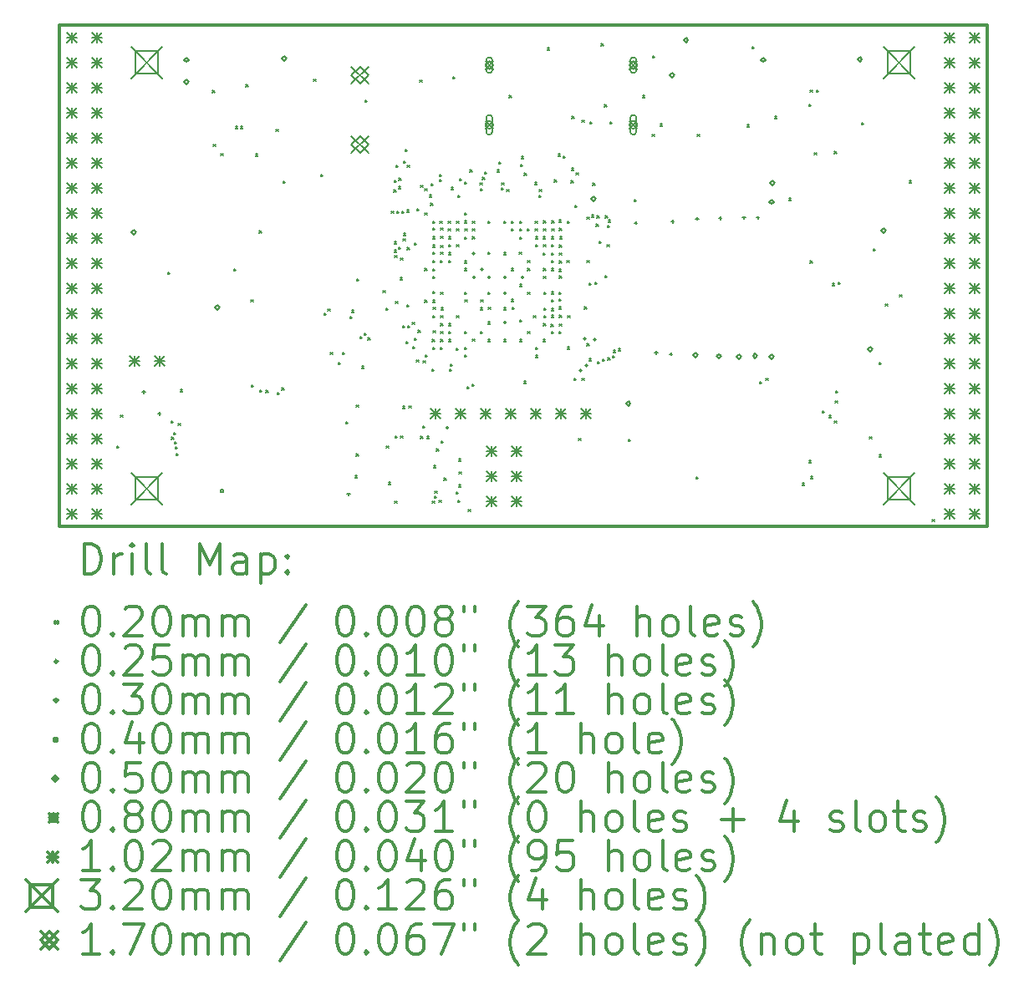
<source format=gbr>
%FSLAX45Y45*%
G04 Gerber Fmt 4.5, Leading zero omitted, Abs format (unit mm)*
G04 Created by KiCad (PCBNEW 4.0.7+dfsg1-1) date Wed Jan 17 15:58:02 2018*
%MOMM*%
%LPD*%
G01*
G04 APERTURE LIST*
%ADD10C,0.127000*%
%ADD11C,0.300000*%
%ADD12C,0.200000*%
G04 APERTURE END LIST*
D10*
D11*
X9410000Y-6142000D02*
X9410000Y-11222000D01*
X18808000Y-6142000D02*
X9410000Y-6142000D01*
X18808000Y-11222000D02*
X18808000Y-6142000D01*
X9410000Y-11222000D02*
X18808000Y-11222000D01*
D12*
X9998000Y-10410000D02*
X10018000Y-10430000D01*
X10018000Y-10410000D02*
X9998000Y-10430000D01*
X10035000Y-10094400D02*
X10055000Y-10114400D01*
X10055000Y-10094400D02*
X10035000Y-10114400D01*
X10514501Y-8649556D02*
X10534501Y-8669556D01*
X10534501Y-8649556D02*
X10514501Y-8669556D01*
X10547276Y-10156132D02*
X10567276Y-10176132D01*
X10567276Y-10156132D02*
X10547276Y-10176132D01*
X10552725Y-10321224D02*
X10572725Y-10341224D01*
X10572725Y-10321224D02*
X10552725Y-10341224D01*
X10571376Y-10271934D02*
X10591376Y-10291934D01*
X10591376Y-10271934D02*
X10571376Y-10291934D01*
X10579560Y-10366582D02*
X10599560Y-10386582D01*
X10599560Y-10366582D02*
X10579560Y-10386582D01*
X10589272Y-10418380D02*
X10609272Y-10438380D01*
X10609272Y-10418380D02*
X10589272Y-10438380D01*
X10598875Y-10487404D02*
X10618875Y-10507404D01*
X10618875Y-10487404D02*
X10598875Y-10507404D01*
X10617613Y-10179347D02*
X10637613Y-10199347D01*
X10637613Y-10179347D02*
X10617613Y-10199347D01*
X10637720Y-9838777D02*
X10657720Y-9858777D01*
X10657720Y-9838777D02*
X10637720Y-9858777D01*
X10966038Y-6807790D02*
X10986038Y-6827790D01*
X10986038Y-6807790D02*
X10966038Y-6827790D01*
X10974000Y-7352000D02*
X10994000Y-7372000D01*
X10994000Y-7352000D02*
X10974000Y-7372000D01*
X11049908Y-7448938D02*
X11069908Y-7468938D01*
X11069908Y-7448938D02*
X11049908Y-7468938D01*
X11179522Y-8615379D02*
X11199522Y-8635379D01*
X11199522Y-8615379D02*
X11179522Y-8635379D01*
X11197485Y-7171053D02*
X11217485Y-7191053D01*
X11217485Y-7171053D02*
X11197485Y-7191053D01*
X11251427Y-7170353D02*
X11271427Y-7190353D01*
X11271427Y-7170353D02*
X11251427Y-7190353D01*
X11305725Y-6746706D02*
X11325725Y-6766706D01*
X11325725Y-6746706D02*
X11305725Y-6766706D01*
X11355800Y-8926000D02*
X11375800Y-8946000D01*
X11375800Y-8926000D02*
X11355800Y-8946000D01*
X11360000Y-9792000D02*
X11380000Y-9812000D01*
X11380000Y-9792000D02*
X11360000Y-9812000D01*
X11400408Y-7451220D02*
X11420408Y-7471220D01*
X11420408Y-7451220D02*
X11400408Y-7471220D01*
X11441393Y-8230943D02*
X11461393Y-8250943D01*
X11461393Y-8230943D02*
X11441393Y-8250943D01*
X11446099Y-9843956D02*
X11466099Y-9863956D01*
X11466099Y-9843956D02*
X11446099Y-9863956D01*
X11509063Y-9847239D02*
X11529063Y-9867239D01*
X11529063Y-9847239D02*
X11509063Y-9867239D01*
X11609800Y-7198800D02*
X11629800Y-7218800D01*
X11629800Y-7198800D02*
X11609800Y-7218800D01*
X11622596Y-9869085D02*
X11642596Y-9889085D01*
X11642596Y-9869085D02*
X11622596Y-9889085D01*
X11670000Y-9822000D02*
X11690000Y-9842000D01*
X11690000Y-9822000D02*
X11670000Y-9842000D01*
X11681293Y-7725516D02*
X11701293Y-7745516D01*
X11701293Y-7725516D02*
X11681293Y-7745516D01*
X11990800Y-6690800D02*
X12010800Y-6710800D01*
X12010800Y-6690800D02*
X11990800Y-6710800D01*
X12063993Y-7659408D02*
X12083993Y-7679408D01*
X12083993Y-7659408D02*
X12063993Y-7679408D01*
X12098833Y-9065379D02*
X12118833Y-9085379D01*
X12118833Y-9065379D02*
X12098833Y-9085379D01*
X12133122Y-9021159D02*
X12153122Y-9041159D01*
X12153122Y-9021159D02*
X12133122Y-9041159D01*
X12158748Y-9461825D02*
X12178748Y-9481825D01*
X12178748Y-9461825D02*
X12158748Y-9481825D01*
X12242792Y-9562590D02*
X12262792Y-9582590D01*
X12262792Y-9562590D02*
X12242792Y-9582590D01*
X12283265Y-9462436D02*
X12303265Y-9482436D01*
X12303265Y-9462436D02*
X12283265Y-9482436D01*
X12317388Y-10161592D02*
X12337388Y-10181592D01*
X12337388Y-10161592D02*
X12317388Y-10181592D01*
X12361487Y-9095738D02*
X12381487Y-9115738D01*
X12381487Y-9095738D02*
X12361487Y-9115738D01*
X12374655Y-9035153D02*
X12394655Y-9055153D01*
X12394655Y-9035153D02*
X12374655Y-9055153D01*
X12410242Y-10710764D02*
X12430242Y-10730764D01*
X12430242Y-10710764D02*
X12410242Y-10730764D01*
X12422216Y-10490236D02*
X12442216Y-10510236D01*
X12442216Y-10490236D02*
X12422216Y-10510236D01*
X12422600Y-9992800D02*
X12442600Y-10012800D01*
X12442600Y-9992800D02*
X12422600Y-10012800D01*
X12426118Y-8717437D02*
X12446118Y-8737437D01*
X12446118Y-8717437D02*
X12426118Y-8737437D01*
X12426118Y-8717437D02*
X12446118Y-8737437D01*
X12446118Y-8717437D02*
X12426118Y-8737437D01*
X12458109Y-9299376D02*
X12478109Y-9319376D01*
X12478109Y-9299376D02*
X12458109Y-9319376D01*
X12474902Y-9600287D02*
X12494902Y-9620287D01*
X12494902Y-9600287D02*
X12474902Y-9620287D01*
X12501033Y-9268800D02*
X12521033Y-9288800D01*
X12521033Y-9268800D02*
X12501033Y-9288800D01*
X12509354Y-6905685D02*
X12529354Y-6925685D01*
X12529354Y-6905685D02*
X12509354Y-6925685D01*
X12542510Y-9313676D02*
X12562510Y-9333676D01*
X12562510Y-9313676D02*
X12542510Y-9333676D01*
X12694005Y-8832641D02*
X12714005Y-8852641D01*
X12714005Y-8832641D02*
X12694005Y-8852641D01*
X12720827Y-9012146D02*
X12740827Y-9032146D01*
X12740827Y-9012146D02*
X12720827Y-9032146D01*
X12728568Y-10410367D02*
X12748568Y-10430367D01*
X12748568Y-10410367D02*
X12728568Y-10430367D01*
X12748660Y-10777504D02*
X12768660Y-10797504D01*
X12768660Y-10777504D02*
X12748660Y-10797504D01*
X12778962Y-8030743D02*
X12798962Y-8050743D01*
X12798962Y-8030743D02*
X12778962Y-8050743D01*
X12802557Y-7813365D02*
X12822557Y-7833365D01*
X12822557Y-7813365D02*
X12802557Y-7833365D01*
X12805201Y-7715784D02*
X12825201Y-7735784D01*
X12825201Y-7715784D02*
X12805201Y-7735784D01*
X12806546Y-8340972D02*
X12826546Y-8360972D01*
X12826546Y-8340972D02*
X12806546Y-8360972D01*
X12808202Y-8425374D02*
X12828202Y-8445374D01*
X12828202Y-8425374D02*
X12808202Y-8445374D01*
X12810769Y-8478012D02*
X12830769Y-8498012D01*
X12830769Y-8478012D02*
X12810769Y-8498012D01*
X12811634Y-10966034D02*
X12831634Y-10986034D01*
X12831634Y-10966034D02*
X12811634Y-10986034D01*
X12818000Y-10310000D02*
X12838000Y-10330000D01*
X12838000Y-10310000D02*
X12818000Y-10330000D01*
X12821209Y-8945692D02*
X12841209Y-8965692D01*
X12841209Y-8945692D02*
X12821209Y-8965692D01*
X12823318Y-7566981D02*
X12843318Y-7586981D01*
X12843318Y-7566981D02*
X12823318Y-7586981D01*
X12831658Y-8029985D02*
X12851658Y-8049985D01*
X12851658Y-8029985D02*
X12831658Y-8049985D01*
X12849054Y-7779404D02*
X12869054Y-7799404D01*
X12869054Y-7779404D02*
X12849054Y-7799404D01*
X12852266Y-8396464D02*
X12872266Y-8416464D01*
X12872266Y-8396464D02*
X12852266Y-8416464D01*
X12854493Y-7695003D02*
X12874493Y-7715003D01*
X12874493Y-7695003D02*
X12854493Y-7715003D01*
X12867665Y-8702786D02*
X12887665Y-8722786D01*
X12887665Y-8702786D02*
X12867665Y-8722786D01*
X12870682Y-10308590D02*
X12890682Y-10328590D01*
X12890682Y-10308590D02*
X12870682Y-10328590D01*
X12872311Y-8505356D02*
X12892311Y-8525356D01*
X12892311Y-8505356D02*
X12872311Y-8525356D01*
X12884359Y-8029973D02*
X12904359Y-8049973D01*
X12904359Y-8029973D02*
X12884359Y-8049973D01*
X12890520Y-10007480D02*
X12910520Y-10027480D01*
X12910520Y-10007480D02*
X12890520Y-10027480D01*
X12892859Y-9188600D02*
X12912859Y-9208600D01*
X12912859Y-9188600D02*
X12892859Y-9208600D01*
X12895438Y-8307924D02*
X12915438Y-8327924D01*
X12915438Y-8307924D02*
X12895438Y-8327924D01*
X12900909Y-8255507D02*
X12920909Y-8275507D01*
X12920909Y-8255507D02*
X12900909Y-8275507D01*
X12902508Y-7521580D02*
X12922508Y-7541580D01*
X12922508Y-7521580D02*
X12902508Y-7541580D01*
X12915222Y-7404246D02*
X12935222Y-7424246D01*
X12935222Y-7404246D02*
X12915222Y-7424246D01*
X12927175Y-9350117D02*
X12947175Y-9370117D01*
X12947175Y-9350117D02*
X12927175Y-9370117D01*
X12934924Y-8977393D02*
X12954924Y-8997393D01*
X12954924Y-8977393D02*
X12934924Y-8997393D01*
X12935799Y-8018511D02*
X12955799Y-8038511D01*
X12955799Y-8018511D02*
X12935799Y-8038511D01*
X12938767Y-8397993D02*
X12958767Y-8417993D01*
X12958767Y-8397993D02*
X12938767Y-8417993D01*
X12939334Y-7563781D02*
X12959334Y-7583781D01*
X12959334Y-7563781D02*
X12939334Y-7583781D01*
X12945560Y-9188599D02*
X12965560Y-9208599D01*
X12965560Y-9188599D02*
X12945560Y-9208599D01*
X12956000Y-10005500D02*
X12976000Y-10025500D01*
X12976000Y-10005500D02*
X12956000Y-10025500D01*
X12988324Y-9156898D02*
X13008324Y-9176898D01*
X13008324Y-9156898D02*
X12988324Y-9176898D01*
X12995333Y-9401321D02*
X13015333Y-9421321D01*
X13015333Y-9401321D02*
X12995333Y-9421321D01*
X13010463Y-8349948D02*
X13030463Y-8369948D01*
X13030463Y-8349948D02*
X13010463Y-8369948D01*
X13011135Y-9318427D02*
X13031135Y-9338427D01*
X13031135Y-9318427D02*
X13011135Y-9338427D01*
X13032200Y-9535600D02*
X13052200Y-9555600D01*
X13052200Y-9535600D02*
X13032200Y-9555600D01*
X13038990Y-8006723D02*
X13058990Y-8026723D01*
X13058990Y-8006723D02*
X13038990Y-8026723D01*
X13048303Y-9237563D02*
X13068303Y-9257563D01*
X13068303Y-9237563D02*
X13048303Y-9257563D01*
X13066199Y-6701962D02*
X13086199Y-6721962D01*
X13086199Y-6701962D02*
X13066199Y-6721962D01*
X13073948Y-10310899D02*
X13093948Y-10330899D01*
X13093948Y-10310899D02*
X13073948Y-10330899D01*
X13075683Y-7768682D02*
X13095683Y-7788682D01*
X13095683Y-7768682D02*
X13075683Y-7788682D01*
X13093907Y-10208700D02*
X13113907Y-10228700D01*
X13113907Y-10208700D02*
X13093907Y-10228700D01*
X13098471Y-9546418D02*
X13118471Y-9566418D01*
X13118471Y-9546418D02*
X13098471Y-9566418D01*
X13115313Y-7803422D02*
X13135313Y-7823422D01*
X13135313Y-7803422D02*
X13115313Y-7823422D01*
X13117530Y-8049575D02*
X13137530Y-8069575D01*
X13137530Y-8049575D02*
X13117530Y-8069575D01*
X13117831Y-8611310D02*
X13137831Y-8631310D01*
X13137831Y-8611310D02*
X13117831Y-8631310D01*
X13117950Y-8930733D02*
X13137950Y-8950733D01*
X13137950Y-8930733D02*
X13117950Y-8950733D01*
X13121616Y-9485914D02*
X13141616Y-9505914D01*
X13141616Y-9485914D02*
X13121616Y-9505914D01*
X13135385Y-10310829D02*
X13155385Y-10330829D01*
X13155385Y-10310829D02*
X13135385Y-10330829D01*
X13160933Y-7864587D02*
X13180933Y-7884587D01*
X13180933Y-7864587D02*
X13160933Y-7884587D01*
X13174731Y-7948989D02*
X13194731Y-7968989D01*
X13194731Y-7948989D02*
X13174731Y-7968989D01*
X13182329Y-7748485D02*
X13202329Y-7768485D01*
X13202329Y-7748485D02*
X13182329Y-7768485D01*
X13188633Y-9630479D02*
X13208633Y-9650479D01*
X13208633Y-9630479D02*
X13188633Y-9650479D01*
X13192441Y-10966678D02*
X13212441Y-10986678D01*
X13212441Y-10966678D02*
X13192441Y-10986678D01*
X13193199Y-9330000D02*
X13213199Y-9350000D01*
X13213199Y-9330000D02*
X13193199Y-9350000D01*
X13196210Y-8443398D02*
X13216210Y-8463398D01*
X13216210Y-8443398D02*
X13196210Y-8463398D01*
X13197298Y-8527799D02*
X13217298Y-8547799D01*
X13217298Y-8527799D02*
X13197298Y-8547799D01*
X13197562Y-8931064D02*
X13217562Y-8951064D01*
X13217562Y-8931064D02*
X13197562Y-8951064D01*
X13197734Y-9090201D02*
X13217734Y-9110201D01*
X13217734Y-9090201D02*
X13197734Y-9110201D01*
X13197902Y-8288404D02*
X13217902Y-8308404D01*
X13217902Y-8288404D02*
X13197902Y-8308404D01*
X13198000Y-8130000D02*
X13218000Y-8150000D01*
X13218000Y-8130000D02*
X13198000Y-8150000D01*
X13198000Y-8690000D02*
X13218000Y-8710000D01*
X13218000Y-8690000D02*
X13198000Y-8710000D01*
X13198000Y-9410000D02*
X13218000Y-9430000D01*
X13218000Y-9410000D02*
X13198000Y-9430000D01*
X13198001Y-8200333D02*
X13218001Y-8220333D01*
X13218001Y-8200333D02*
X13198001Y-8220333D01*
X13198303Y-8616041D02*
X13218303Y-8636041D01*
X13218303Y-8616041D02*
X13198303Y-8636041D01*
X13198368Y-8372806D02*
X13218368Y-8392806D01*
X13218368Y-8372806D02*
X13198368Y-8392806D01*
X13198405Y-8845827D02*
X13218405Y-8865827D01*
X13218405Y-8845827D02*
X13198405Y-8865827D01*
X13200000Y-9005799D02*
X13220000Y-9025799D01*
X13220000Y-9005799D02*
X13200000Y-9025799D01*
X13201075Y-9242748D02*
X13221075Y-9262748D01*
X13221075Y-9242748D02*
X13201075Y-9262748D01*
X13206286Y-10608587D02*
X13226286Y-10628587D01*
X13226286Y-10608587D02*
X13206286Y-10628587D01*
X13211973Y-10917729D02*
X13231973Y-10937729D01*
X13231973Y-10917729D02*
X13211973Y-10937729D01*
X13218587Y-10865445D02*
X13238587Y-10885445D01*
X13238587Y-10865445D02*
X13218587Y-10885445D01*
X13236800Y-10440341D02*
X13256800Y-10460341D01*
X13256800Y-10440341D02*
X13236800Y-10460341D01*
X13260800Y-10958000D02*
X13280800Y-10978000D01*
X13280800Y-10958000D02*
X13260800Y-10978000D01*
X13263724Y-7657621D02*
X13283724Y-7677621D01*
X13283724Y-7657621D02*
X13263724Y-7677621D01*
X13266117Y-7710267D02*
X13286117Y-7730267D01*
X13286117Y-7710267D02*
X13266117Y-7730267D01*
X13268334Y-8130000D02*
X13288334Y-8150000D01*
X13288334Y-8130000D02*
X13268334Y-8150000D01*
X13273464Y-8527799D02*
X13293464Y-8547799D01*
X13293464Y-8527799D02*
X13273464Y-8547799D01*
X13274623Y-9409707D02*
X13294623Y-9429707D01*
X13294623Y-9409707D02*
X13274623Y-9429707D01*
X13276300Y-8202454D02*
X13296300Y-8222454D01*
X13296300Y-8202454D02*
X13276300Y-8222454D01*
X13277177Y-8443398D02*
X13297177Y-8463398D01*
X13297177Y-8443398D02*
X13277177Y-8463398D01*
X13277261Y-8286855D02*
X13297261Y-8306855D01*
X13297261Y-8286855D02*
X13277261Y-8306855D01*
X13278000Y-8850000D02*
X13298000Y-8870000D01*
X13298000Y-8850000D02*
X13278000Y-8870000D01*
X13278000Y-9090000D02*
X13298000Y-9110000D01*
X13298000Y-9090000D02*
X13278000Y-9110000D01*
X13278000Y-9170000D02*
X13298000Y-9190000D01*
X13298000Y-9170000D02*
X13278000Y-9190000D01*
X13278000Y-9250000D02*
X13298000Y-9270000D01*
X13298000Y-9250000D02*
X13278000Y-9270000D01*
X13278000Y-9330000D02*
X13298000Y-9350000D01*
X13298000Y-9330000D02*
X13278000Y-9350000D01*
X13278089Y-8379783D02*
X13298089Y-8399784D01*
X13298089Y-8379783D02*
X13278089Y-8399784D01*
X13280000Y-9008000D02*
X13300000Y-9028000D01*
X13300000Y-9008000D02*
X13280000Y-9028000D01*
X13283696Y-10361100D02*
X13303696Y-10381100D01*
X13303696Y-10361100D02*
X13283696Y-10381100D01*
X13311600Y-10736500D02*
X13331600Y-10756500D01*
X13331600Y-10736500D02*
X13311600Y-10756500D01*
X13352736Y-8131468D02*
X13372736Y-8151468D01*
X13372736Y-8131468D02*
X13352736Y-8151468D01*
X13354839Y-8209060D02*
X13374839Y-8229060D01*
X13374839Y-8209060D02*
X13354839Y-8229060D01*
X13357194Y-8449520D02*
X13377194Y-8469520D01*
X13377194Y-8449520D02*
X13357194Y-8469520D01*
X13358000Y-8290000D02*
X13378000Y-8310000D01*
X13378000Y-8290000D02*
X13358000Y-8310000D01*
X13358000Y-8370000D02*
X13378000Y-8390000D01*
X13378000Y-8370000D02*
X13358000Y-8390000D01*
X13358000Y-8530000D02*
X13378000Y-8550000D01*
X13378000Y-8530000D02*
X13358000Y-8550000D01*
X13358000Y-9170000D02*
X13378000Y-9190000D01*
X13378000Y-9170000D02*
X13358000Y-9190000D01*
X13358000Y-9250000D02*
X13378000Y-9270000D01*
X13378000Y-9250000D02*
X13358000Y-9270000D01*
X13358548Y-9330230D02*
X13378548Y-9350230D01*
X13378548Y-9330230D02*
X13358548Y-9350230D01*
X13366285Y-9629515D02*
X13386285Y-9649515D01*
X13386285Y-9629515D02*
X13366285Y-9649515D01*
X13375239Y-9577580D02*
X13395239Y-9597580D01*
X13395239Y-9577580D02*
X13375239Y-9597580D01*
X13384238Y-7788077D02*
X13404238Y-7808077D01*
X13404238Y-7788077D02*
X13384238Y-7808077D01*
X13397916Y-6668615D02*
X13417916Y-6688615D01*
X13417916Y-6668615D02*
X13397916Y-6688615D01*
X13435582Y-9416717D02*
X13455582Y-9436717D01*
X13455582Y-9416717D02*
X13435582Y-9436717D01*
X13436400Y-10874197D02*
X13456400Y-10894197D01*
X13456400Y-10874197D02*
X13436400Y-10894197D01*
X13437137Y-8130675D02*
X13457137Y-8150675D01*
X13457137Y-8130675D02*
X13437137Y-8150675D01*
X13437651Y-8208015D02*
X13457651Y-8228015D01*
X13457651Y-8208015D02*
X13437651Y-8228015D01*
X13438000Y-8370000D02*
X13458000Y-8390000D01*
X13458000Y-8370000D02*
X13438000Y-8390000D01*
X13438000Y-9090000D02*
X13458000Y-9110000D01*
X13458000Y-9090000D02*
X13438000Y-9110000D01*
X13451300Y-7871900D02*
X13471300Y-7891900D01*
X13471300Y-7871900D02*
X13451300Y-7891900D01*
X13453687Y-10961995D02*
X13473687Y-10981995D01*
X13473687Y-10961995D02*
X13453687Y-10981995D01*
X13457587Y-10803159D02*
X13477587Y-10823159D01*
X13477587Y-10803159D02*
X13457587Y-10823159D01*
X13460735Y-10540845D02*
X13480735Y-10560845D01*
X13480735Y-10540845D02*
X13460735Y-10560845D01*
X13465065Y-10671051D02*
X13485065Y-10691051D01*
X13485065Y-10671051D02*
X13465065Y-10691051D01*
X13465805Y-7703014D02*
X13485805Y-7723014D01*
X13485805Y-7703014D02*
X13465805Y-7723014D01*
X13517331Y-8851860D02*
X13537331Y-8871860D01*
X13537331Y-8851860D02*
X13517331Y-8871860D01*
X13518000Y-8292201D02*
X13538000Y-8312201D01*
X13538000Y-8292201D02*
X13518000Y-8312201D01*
X13518000Y-8534000D02*
X13538000Y-8554000D01*
X13538000Y-8534000D02*
X13518000Y-8554000D01*
X13518000Y-8610000D02*
X13538000Y-8630000D01*
X13538000Y-8610000D02*
X13518000Y-8630000D01*
X13518000Y-9250000D02*
X13538000Y-9270000D01*
X13538000Y-9250000D02*
X13518000Y-9270000D01*
X13518006Y-7736330D02*
X13538006Y-7756330D01*
X13538006Y-7736330D02*
X13518006Y-7756330D01*
X13518128Y-8048312D02*
X13538128Y-8068312D01*
X13538128Y-8048312D02*
X13518128Y-8068312D01*
X13518463Y-9488530D02*
X13538463Y-9508530D01*
X13538463Y-9488530D02*
X13518463Y-9508530D01*
X13518862Y-9412562D02*
X13538862Y-9432562D01*
X13538862Y-9412562D02*
X13518862Y-9432562D01*
X13521538Y-8129192D02*
X13541538Y-8149192D01*
X13541538Y-8129192D02*
X13521538Y-8149192D01*
X13522052Y-8209644D02*
X13542052Y-8229644D01*
X13542052Y-8209644D02*
X13522052Y-8229644D01*
X13524276Y-8928163D02*
X13544276Y-8948163D01*
X13544276Y-8928163D02*
X13524276Y-8948163D01*
X13541702Y-9806717D02*
X13561702Y-9826717D01*
X13561702Y-9806717D02*
X13541702Y-9826717D01*
X13555656Y-11051071D02*
X13575656Y-11071071D01*
X13575656Y-11051071D02*
X13555656Y-11071071D01*
X13573070Y-7610061D02*
X13593070Y-7630061D01*
X13593070Y-7610061D02*
X13573070Y-7630061D01*
X13592822Y-9782273D02*
X13612822Y-9802273D01*
X13612822Y-9782273D02*
X13592822Y-9802273D01*
X13598000Y-8210000D02*
X13618000Y-8230000D01*
X13618000Y-8210000D02*
X13598000Y-8230000D01*
X13598000Y-8290000D02*
X13618000Y-8310000D01*
X13618000Y-8290000D02*
X13598000Y-8310000D01*
X13599596Y-9326965D02*
X13619596Y-9346965D01*
X13619596Y-9326965D02*
X13599596Y-9346965D01*
X13599639Y-8129507D02*
X13619639Y-8149507D01*
X13619639Y-8129507D02*
X13599639Y-8149507D01*
X13675954Y-7745082D02*
X13695954Y-7765082D01*
X13695954Y-7745082D02*
X13675954Y-7765082D01*
X13678000Y-9250000D02*
X13698000Y-9270000D01*
X13698000Y-9250000D02*
X13678000Y-9270000D01*
X13678517Y-9009483D02*
X13698517Y-9029483D01*
X13698517Y-9009483D02*
X13678517Y-9029483D01*
X13682206Y-7799789D02*
X13702206Y-7819789D01*
X13702206Y-7799789D02*
X13682206Y-7819789D01*
X13684453Y-8927346D02*
X13704453Y-8947346D01*
X13704453Y-8927346D02*
X13684453Y-8947346D01*
X13700695Y-7687992D02*
X13720695Y-7707992D01*
X13720695Y-7687992D02*
X13700695Y-7707992D01*
X13720873Y-7631502D02*
X13740873Y-7651502D01*
X13740873Y-7631502D02*
X13720873Y-7651502D01*
X13755905Y-9153803D02*
X13775905Y-9173803D01*
X13775905Y-9153803D02*
X13755905Y-9173803D01*
X13758000Y-8130000D02*
X13778000Y-8150000D01*
X13778000Y-8130000D02*
X13758000Y-8150000D01*
X13758000Y-8850000D02*
X13778000Y-8870000D01*
X13778000Y-8850000D02*
X13758000Y-8870000D01*
X13758000Y-9330000D02*
X13778000Y-9350000D01*
X13778000Y-9330000D02*
X13758000Y-9350000D01*
X13758056Y-8443409D02*
X13778056Y-8463409D01*
X13778056Y-8443409D02*
X13758056Y-8463409D01*
X13758900Y-9002299D02*
X13778900Y-9022299D01*
X13778900Y-9002299D02*
X13758900Y-9022299D01*
X13848000Y-7610000D02*
X13868000Y-7630000D01*
X13868000Y-7610000D02*
X13848000Y-7630000D01*
X13867920Y-7530076D02*
X13887920Y-7550076D01*
X13887920Y-7530076D02*
X13867920Y-7550076D01*
X13893411Y-7794095D02*
X13913411Y-7814095D01*
X13913411Y-7794095D02*
X13893411Y-7814095D01*
X13894675Y-7741409D02*
X13914675Y-7761409D01*
X13914675Y-7741409D02*
X13894675Y-7761409D01*
X13917252Y-8451135D02*
X13937252Y-8471135D01*
X13937252Y-8451135D02*
X13917252Y-8471135D01*
X13918000Y-8130000D02*
X13938000Y-8150000D01*
X13938000Y-8130000D02*
X13918000Y-8150000D01*
X13918000Y-9330000D02*
X13938000Y-9350000D01*
X13938000Y-9330000D02*
X13918000Y-9350000D01*
X13918580Y-9007769D02*
X13938580Y-9027769D01*
X13938580Y-9007769D02*
X13918580Y-9027769D01*
X13947862Y-7810586D02*
X13967862Y-7830586D01*
X13967862Y-7810586D02*
X13947862Y-7830586D01*
X13972000Y-6856567D02*
X13992000Y-6876567D01*
X13992000Y-6856567D02*
X13972000Y-6876567D01*
X13991460Y-8609297D02*
X14011460Y-8629297D01*
X14011460Y-8609297D02*
X13991460Y-8629297D01*
X13993095Y-8210000D02*
X14013095Y-8230000D01*
X14013095Y-8210000D02*
X13993095Y-8230000D01*
X13993599Y-8130000D02*
X14013599Y-8150000D01*
X14013599Y-8130000D02*
X13993599Y-8150000D01*
X13993894Y-8925097D02*
X14013894Y-8945097D01*
X14013894Y-8925097D02*
X13993894Y-8945097D01*
X13999489Y-9002299D02*
X14019489Y-9022299D01*
X14019489Y-9002299D02*
X13999489Y-9022299D01*
X14073600Y-8443400D02*
X14093600Y-8463400D01*
X14093600Y-8443400D02*
X14073600Y-8463400D01*
X14076403Y-8294140D02*
X14096403Y-8314140D01*
X14096403Y-8294140D02*
X14076403Y-8314140D01*
X14077419Y-9133335D02*
X14097419Y-9153335D01*
X14097419Y-9133335D02*
X14077419Y-9153335D01*
X14077497Y-8207716D02*
X14097497Y-8227716D01*
X14097497Y-8207716D02*
X14077497Y-8227716D01*
X14078000Y-8130000D02*
X14098000Y-8150000D01*
X14098000Y-8130000D02*
X14078000Y-8150000D01*
X14078000Y-9330000D02*
X14098000Y-9350000D01*
X14098000Y-9330000D02*
X14078000Y-9350000D01*
X14079623Y-8771623D02*
X14099623Y-8791623D01*
X14099623Y-8771623D02*
X14079623Y-8791623D01*
X14088006Y-7558194D02*
X14108006Y-7578194D01*
X14108006Y-7558194D02*
X14088006Y-7578194D01*
X14094664Y-7477380D02*
X14114664Y-7497380D01*
X14114664Y-7477380D02*
X14094664Y-7497380D01*
X14118066Y-9754201D02*
X14138066Y-9774201D01*
X14138066Y-9754201D02*
X14118066Y-9774201D01*
X14124297Y-7645500D02*
X14144297Y-7665500D01*
X14144297Y-7645500D02*
X14124297Y-7665500D01*
X14156269Y-8210778D02*
X14176269Y-8230778D01*
X14176269Y-8210778D02*
X14156269Y-8230778D01*
X14158000Y-8530000D02*
X14178000Y-8550000D01*
X14178000Y-8530000D02*
X14158000Y-8550000D01*
X14158000Y-8610000D02*
X14178000Y-8630000D01*
X14178000Y-8610000D02*
X14158000Y-8630000D01*
X14158000Y-8850000D02*
X14178000Y-8870000D01*
X14178000Y-8850000D02*
X14158000Y-8870000D01*
X14158000Y-9250000D02*
X14178000Y-9270000D01*
X14178000Y-9250000D02*
X14158000Y-9270000D01*
X14217799Y-9090000D02*
X14237799Y-9110000D01*
X14237799Y-9090000D02*
X14217799Y-9110000D01*
X14227745Y-7739745D02*
X14247745Y-7759745D01*
X14247745Y-7739745D02*
X14227745Y-7759745D01*
X14233746Y-8208147D02*
X14253746Y-8228147D01*
X14253746Y-8208147D02*
X14233746Y-8228147D01*
X14235691Y-8130580D02*
X14255691Y-8150580D01*
X14255691Y-8130580D02*
X14235691Y-8150580D01*
X14237355Y-8289891D02*
X14257355Y-8309891D01*
X14257355Y-8289891D02*
X14237355Y-8309891D01*
X14238000Y-8370000D02*
X14258000Y-8390000D01*
X14258000Y-8370000D02*
X14238000Y-8390000D01*
X14238000Y-9410000D02*
X14258000Y-9430000D01*
X14258000Y-9410000D02*
X14238000Y-9430000D01*
X14238000Y-9490000D02*
X14258000Y-9510000D01*
X14258000Y-9490000D02*
X14238000Y-9510000D01*
X14274121Y-7868425D02*
X14294121Y-7888425D01*
X14294121Y-7868425D02*
X14274121Y-7888425D01*
X14276427Y-7811737D02*
X14296427Y-7831737D01*
X14296427Y-7811737D02*
X14276427Y-7831737D01*
X14315799Y-8290000D02*
X14335799Y-8310000D01*
X14335799Y-8290000D02*
X14315799Y-8310000D01*
X14316000Y-8452000D02*
X14336000Y-8472000D01*
X14336000Y-8452000D02*
X14316000Y-8472000D01*
X14316969Y-9331491D02*
X14336969Y-9351491D01*
X14336969Y-9331491D02*
X14316969Y-9351491D01*
X14318000Y-8370000D02*
X14338000Y-8390000D01*
X14338000Y-8370000D02*
X14318000Y-8390000D01*
X14318000Y-8690000D02*
X14338000Y-8710000D01*
X14338000Y-8690000D02*
X14318000Y-8710000D01*
X14318000Y-9170000D02*
X14338000Y-9190000D01*
X14338000Y-9170000D02*
X14318000Y-9190000D01*
X14318147Y-8210607D02*
X14338147Y-8230607D01*
X14338147Y-8210607D02*
X14318147Y-8230607D01*
X14320000Y-8612000D02*
X14340000Y-8632000D01*
X14340000Y-8612000D02*
X14320000Y-8632000D01*
X14320092Y-8127729D02*
X14340092Y-8147729D01*
X14340092Y-8127729D02*
X14320092Y-8147729D01*
X14322201Y-8849503D02*
X14342201Y-8869503D01*
X14342201Y-8849503D02*
X14322201Y-8869503D01*
X14322201Y-9010195D02*
X14342201Y-9030195D01*
X14342201Y-9010195D02*
X14322201Y-9030195D01*
X14322201Y-9090066D02*
X14342201Y-9110066D01*
X14342201Y-9090066D02*
X14322201Y-9110066D01*
X14355067Y-6376252D02*
X14375067Y-6396252D01*
X14375067Y-6376252D02*
X14355067Y-6396252D01*
X14396483Y-9177765D02*
X14416483Y-9197765D01*
X14416483Y-9177765D02*
X14396483Y-9197765D01*
X14397624Y-8929530D02*
X14417624Y-8949530D01*
X14417624Y-8929530D02*
X14397624Y-8949530D01*
X14397701Y-9016697D02*
X14417701Y-9036697D01*
X14417701Y-9016697D02*
X14397701Y-9036697D01*
X14398000Y-8610000D02*
X14418000Y-8630000D01*
X14418000Y-8610000D02*
X14398000Y-8630000D01*
X14398000Y-9085650D02*
X14418000Y-9105650D01*
X14418000Y-9085650D02*
X14398000Y-9105650D01*
X14398283Y-8848451D02*
X14418283Y-8868451D01*
X14418283Y-8848451D02*
X14398283Y-8868451D01*
X14400201Y-8290000D02*
X14420201Y-8310000D01*
X14420201Y-8290000D02*
X14400201Y-8310000D01*
X14400201Y-8529722D02*
X14420201Y-8549722D01*
X14420201Y-8529722D02*
X14400201Y-8549722D01*
X14400319Y-8367799D02*
X14420319Y-8387799D01*
X14420319Y-8367799D02*
X14400319Y-8387799D01*
X14400350Y-8456040D02*
X14420350Y-8476040D01*
X14420350Y-8456040D02*
X14400350Y-8476040D01*
X14401325Y-9248876D02*
X14421325Y-9268876D01*
X14421325Y-9248876D02*
X14401325Y-9268876D01*
X14402549Y-8208647D02*
X14422549Y-8228647D01*
X14422549Y-8208647D02*
X14402549Y-8228647D01*
X14404493Y-8128708D02*
X14424493Y-8148708D01*
X14424493Y-8128708D02*
X14404493Y-8148708D01*
X14429487Y-7711993D02*
X14449487Y-7731993D01*
X14449487Y-7711993D02*
X14429487Y-7731993D01*
X14468000Y-7449038D02*
X14488000Y-7469038D01*
X14488000Y-7449038D02*
X14468000Y-7469038D01*
X14475581Y-8916848D02*
X14495581Y-8936848D01*
X14495581Y-8916848D02*
X14475581Y-8936848D01*
X14476724Y-9001248D02*
X14496724Y-9021248D01*
X14496724Y-9001248D02*
X14476724Y-9021248D01*
X14477515Y-8619275D02*
X14497515Y-8639275D01*
X14497515Y-8619275D02*
X14477515Y-8639275D01*
X14477765Y-8852201D02*
X14497765Y-8872201D01*
X14497765Y-8852201D02*
X14477765Y-8872201D01*
X14478001Y-8120333D02*
X14498001Y-8140333D01*
X14498001Y-8120333D02*
X14478001Y-8140333D01*
X14478235Y-9247799D02*
X14498235Y-9267799D01*
X14498235Y-9247799D02*
X14478235Y-9267799D01*
X14478812Y-8204734D02*
X14498812Y-8224734D01*
X14498812Y-8204734D02*
X14478812Y-8224734D01*
X14478935Y-8534874D02*
X14498935Y-8554874D01*
X14498935Y-8534874D02*
X14478935Y-8554874D01*
X14479432Y-8687756D02*
X14499432Y-8707756D01*
X14499432Y-8687756D02*
X14479432Y-8707756D01*
X14479670Y-8373537D02*
X14499670Y-8393537D01*
X14499670Y-8373537D02*
X14479670Y-8393537D01*
X14480000Y-9172000D02*
X14500000Y-9192000D01*
X14500000Y-9172000D02*
X14480000Y-9192000D01*
X14480294Y-9085650D02*
X14500294Y-9105650D01*
X14500294Y-9085650D02*
X14480294Y-9105650D01*
X14481241Y-8453582D02*
X14501241Y-8473582D01*
X14501241Y-8453582D02*
X14481241Y-8473582D01*
X14481689Y-8289136D02*
X14501689Y-8309136D01*
X14501689Y-8289136D02*
X14481689Y-8309136D01*
X14515569Y-7471722D02*
X14535569Y-7491722D01*
X14535569Y-7471722D02*
X14515569Y-7491722D01*
X14557281Y-8529606D02*
X14577281Y-8549606D01*
X14577281Y-8529606D02*
X14557281Y-8549606D01*
X14558000Y-8130512D02*
X14578000Y-8150512D01*
X14578000Y-8130512D02*
X14558000Y-8150512D01*
X14559124Y-9406675D02*
X14579124Y-9426675D01*
X14579124Y-9406675D02*
X14559124Y-9426675D01*
X14565987Y-9091018D02*
X14585987Y-9111018D01*
X14585987Y-9091018D02*
X14565987Y-9111018D01*
X14598908Y-7720057D02*
X14618908Y-7740057D01*
X14618908Y-7720057D02*
X14598908Y-7740057D01*
X14603080Y-7596013D02*
X14623080Y-7616013D01*
X14623080Y-7596013D02*
X14603080Y-7616013D01*
X14608000Y-7070000D02*
X14628000Y-7090000D01*
X14628000Y-7070000D02*
X14608000Y-7090000D01*
X14629479Y-9723392D02*
X14649479Y-9743392D01*
X14649479Y-9723392D02*
X14629479Y-9743392D01*
X14638141Y-7971938D02*
X14658141Y-7991938D01*
X14658141Y-7971938D02*
X14638141Y-7991938D01*
X14647773Y-7640082D02*
X14667773Y-7660082D01*
X14667773Y-7640082D02*
X14647773Y-7660082D01*
X14674429Y-10335274D02*
X14694429Y-10355274D01*
X14694429Y-10335274D02*
X14674429Y-10355274D01*
X14707598Y-9723392D02*
X14727598Y-9743392D01*
X14727598Y-9723392D02*
X14707598Y-9743392D01*
X14708600Y-7110000D02*
X14728600Y-7130000D01*
X14728600Y-7110000D02*
X14708600Y-7130000D01*
X14733095Y-9001248D02*
X14753095Y-9021248D01*
X14753095Y-9001248D02*
X14733095Y-9021248D01*
X14758739Y-8527409D02*
X14778739Y-8547409D01*
X14778739Y-8527409D02*
X14758739Y-8547409D01*
X14758831Y-8088311D02*
X14778831Y-8108311D01*
X14778831Y-8088311D02*
X14758831Y-8108311D01*
X14760000Y-9372000D02*
X14780000Y-9392000D01*
X14780000Y-9372000D02*
X14760000Y-9392000D01*
X14781079Y-8758342D02*
X14801079Y-8778342D01*
X14801079Y-8758342D02*
X14781079Y-8778342D01*
X14782886Y-9523902D02*
X14802886Y-9543902D01*
X14802886Y-9523902D02*
X14782886Y-9543902D01*
X14788315Y-7124708D02*
X14808315Y-7144708D01*
X14808315Y-7124708D02*
X14788315Y-7144708D01*
X14807525Y-8068155D02*
X14827525Y-8088155D01*
X14827525Y-8068155D02*
X14807525Y-8088155D01*
X14817193Y-7745807D02*
X14837193Y-7765807D01*
X14837193Y-7745807D02*
X14817193Y-7765807D01*
X14838354Y-8750817D02*
X14858354Y-8770817D01*
X14858354Y-8750817D02*
X14838354Y-8770817D01*
X14851066Y-8160586D02*
X14871066Y-8180586D01*
X14871066Y-8160586D02*
X14851066Y-8180586D01*
X14859611Y-8076185D02*
X14879611Y-8096185D01*
X14879611Y-8076185D02*
X14859611Y-8096185D01*
X14864798Y-9556963D02*
X14884798Y-9576963D01*
X14884798Y-9556963D02*
X14864798Y-9576963D01*
X14882151Y-8334201D02*
X14902151Y-8354201D01*
X14902151Y-8334201D02*
X14882151Y-8354201D01*
X14903412Y-6332405D02*
X14923412Y-6352405D01*
X14923412Y-6332405D02*
X14903412Y-6352405D01*
X14918439Y-9527799D02*
X14938439Y-9547799D01*
X14938439Y-9527799D02*
X14918439Y-9547799D01*
X14937595Y-6951968D02*
X14957595Y-6971968D01*
X14957595Y-6951968D02*
X14937595Y-6971968D01*
X14943392Y-8680994D02*
X14963392Y-8700994D01*
X14963392Y-8680994D02*
X14943392Y-8700994D01*
X14944975Y-8076843D02*
X14964975Y-8096843D01*
X14964975Y-8076843D02*
X14944975Y-8096843D01*
X14963249Y-8370769D02*
X14983249Y-8390769D01*
X14983249Y-8370769D02*
X14963249Y-8390769D01*
X14967169Y-8172566D02*
X14987169Y-8192566D01*
X14987169Y-8172566D02*
X14967169Y-8192566D01*
X14969589Y-9515108D02*
X14989589Y-9535108D01*
X14989589Y-9515108D02*
X14969589Y-9535108D01*
X14974647Y-8120398D02*
X14994647Y-8140398D01*
X14994647Y-8120398D02*
X14974647Y-8140398D01*
X14993085Y-7123185D02*
X15013085Y-7143185D01*
X15013085Y-7123185D02*
X14993085Y-7143185D01*
X15017890Y-9494025D02*
X15037890Y-9514025D01*
X15037890Y-9494025D02*
X15017890Y-9514025D01*
X15024597Y-9441753D02*
X15044597Y-9461753D01*
X15044597Y-9441753D02*
X15024597Y-9461753D01*
X15078921Y-9423257D02*
X15098921Y-9443257D01*
X15098921Y-9423257D02*
X15078921Y-9443257D01*
X15179638Y-10341072D02*
X15199638Y-10361072D01*
X15199638Y-10341072D02*
X15179638Y-10361072D01*
X15239707Y-7909347D02*
X15259707Y-7929347D01*
X15259707Y-7909347D02*
X15239707Y-7929347D01*
X15319711Y-6856567D02*
X15339711Y-6876567D01*
X15339711Y-6856567D02*
X15319711Y-6876567D01*
X15419800Y-7249600D02*
X15439800Y-7269600D01*
X15439800Y-7249600D02*
X15419800Y-7269600D01*
X15422933Y-6454377D02*
X15442933Y-6474377D01*
X15442933Y-6454377D02*
X15422933Y-6474377D01*
X15501528Y-7146346D02*
X15521528Y-7166346D01*
X15521528Y-7146346D02*
X15501528Y-7166346D01*
X15861665Y-10722518D02*
X15881665Y-10742518D01*
X15881665Y-10722518D02*
X15861665Y-10742518D01*
X15877000Y-7249600D02*
X15897000Y-7269600D01*
X15897000Y-7249600D02*
X15877000Y-7269600D01*
X16380885Y-7155186D02*
X16400885Y-7175186D01*
X16400885Y-7155186D02*
X16380885Y-7175186D01*
X16433388Y-6363745D02*
X16453388Y-6383745D01*
X16453388Y-6363745D02*
X16433388Y-6383745D01*
X16507059Y-9756632D02*
X16527059Y-9776632D01*
X16527059Y-9756632D02*
X16507059Y-9776632D01*
X16570337Y-9724488D02*
X16590337Y-9744488D01*
X16590337Y-9724488D02*
X16570337Y-9744488D01*
X16657891Y-7070355D02*
X16677891Y-7090355D01*
X16677891Y-7070355D02*
X16657891Y-7090355D01*
X16806644Y-7900804D02*
X16826644Y-7920804D01*
X16826644Y-7900804D02*
X16806644Y-7920804D01*
X16940659Y-10785373D02*
X16960659Y-10805373D01*
X16960659Y-10785373D02*
X16940659Y-10805373D01*
X17005773Y-10556635D02*
X17025773Y-10576635D01*
X17025773Y-10556635D02*
X17005773Y-10576635D01*
X17008296Y-6947101D02*
X17028296Y-6967101D01*
X17028296Y-6947101D02*
X17008296Y-6967101D01*
X17020000Y-6805100D02*
X17040000Y-6825100D01*
X17040000Y-6805100D02*
X17020000Y-6825100D01*
X17020954Y-8534153D02*
X17040954Y-8554153D01*
X17040954Y-8534153D02*
X17020954Y-8554153D01*
X17026290Y-10718620D02*
X17046290Y-10738620D01*
X17046290Y-10718620D02*
X17026290Y-10738620D01*
X17063590Y-7436498D02*
X17083590Y-7456498D01*
X17083590Y-7436498D02*
X17063590Y-7456498D01*
X17085000Y-6802556D02*
X17105000Y-6822556D01*
X17105000Y-6802556D02*
X17085000Y-6822556D01*
X17144030Y-10054574D02*
X17164030Y-10074574D01*
X17164030Y-10054574D02*
X17144030Y-10074574D01*
X17209336Y-10100566D02*
X17229336Y-10120566D01*
X17229336Y-10100566D02*
X17209336Y-10120566D01*
X17246454Y-8762201D02*
X17266454Y-8782201D01*
X17266454Y-8762201D02*
X17246454Y-8782201D01*
X17264664Y-7424799D02*
X17284664Y-7444799D01*
X17284664Y-7424799D02*
X17264664Y-7444799D01*
X17266127Y-10155168D02*
X17286127Y-10175168D01*
X17286127Y-10155168D02*
X17266127Y-10175168D01*
X17273463Y-9949992D02*
X17293463Y-9969992D01*
X17293463Y-9949992D02*
X17273463Y-9969992D01*
X17277992Y-9851865D02*
X17297992Y-9871865D01*
X17297992Y-9851865D02*
X17277992Y-9871865D01*
X17303795Y-8749428D02*
X17323795Y-8769428D01*
X17323795Y-8749428D02*
X17303795Y-8769428D01*
X17539563Y-7135743D02*
X17559563Y-7155743D01*
X17559563Y-7135743D02*
X17539563Y-7155743D01*
X17620559Y-10317981D02*
X17640559Y-10337981D01*
X17640559Y-10317981D02*
X17620559Y-10337981D01*
X17660000Y-8412000D02*
X17680000Y-8432000D01*
X17680000Y-8412000D02*
X17660000Y-8432000D01*
X17717400Y-10497912D02*
X17737400Y-10517912D01*
X17737400Y-10497912D02*
X17717400Y-10517912D01*
X17718500Y-9561000D02*
X17738500Y-9581000D01*
X17738500Y-9561000D02*
X17718500Y-9581000D01*
X17782698Y-8971206D02*
X17802698Y-8991206D01*
X17802698Y-8971206D02*
X17782698Y-8991206D01*
X17925151Y-8876833D02*
X17945151Y-8896833D01*
X17945151Y-8876833D02*
X17925151Y-8896833D01*
X18024078Y-7721693D02*
X18044078Y-7741693D01*
X18044078Y-7721693D02*
X18024078Y-7741693D01*
X18257515Y-11153763D02*
X18277515Y-11173763D01*
X18277515Y-11153763D02*
X18257515Y-11173763D01*
X13357629Y-10223262D02*
G75*
G03X13357629Y-10223262I-12700J0D01*
G01*
X13620700Y-8460000D02*
G75*
G03X13620700Y-8460000I-12700J0D01*
G01*
X13623799Y-8699540D02*
G75*
G03X13623799Y-8699540I-12700J0D01*
G01*
X13706511Y-8619631D02*
G75*
G03X13706511Y-8619631I-12700J0D01*
G01*
X13780700Y-8700000D02*
G75*
G03X13780700Y-8700000I-12700J0D01*
G01*
X13939164Y-9161521D02*
G75*
G03X13939164Y-9161521I-12700J0D01*
G01*
X13940700Y-8700000D02*
G75*
G03X13940700Y-8700000I-12700J0D01*
G01*
X13940700Y-8860000D02*
G75*
G03X13940700Y-8860000I-12700J0D01*
G01*
X14116986Y-8699500D02*
G75*
G03X14116986Y-8699500I-12700J0D01*
G01*
X14706928Y-9645206D02*
G75*
G03X14706928Y-9645206I-12700J0D01*
G01*
X14747089Y-9321713D02*
G75*
G03X14747089Y-9321713I-12700J0D01*
G01*
X14766147Y-9591326D02*
G75*
G03X14766147Y-9591326I-12700J0D01*
G01*
X14847601Y-9332231D02*
G75*
G03X14847601Y-9332231I-12700J0D01*
G01*
X10271005Y-9844495D02*
X10271005Y-9874495D01*
X10256005Y-9859495D02*
X10286005Y-9859495D01*
X10426000Y-10064000D02*
X10426000Y-10094000D01*
X10411000Y-10079000D02*
X10441000Y-10079000D01*
X12343700Y-10882200D02*
X12343700Y-10912200D01*
X12328700Y-10897200D02*
X12358700Y-10897200D01*
X15252594Y-8131387D02*
X15252594Y-8161387D01*
X15237594Y-8146387D02*
X15267594Y-8146387D01*
X15459390Y-9445795D02*
X15459390Y-9475795D01*
X15444390Y-9460795D02*
X15474390Y-9460795D01*
X15608824Y-9461298D02*
X15608824Y-9491298D01*
X15593824Y-9476298D02*
X15623824Y-9476298D01*
X15626277Y-8119937D02*
X15626277Y-8149937D01*
X15611277Y-8134937D02*
X15641277Y-8134937D01*
X15873113Y-8089893D02*
X15873113Y-8119893D01*
X15858113Y-8104893D02*
X15888113Y-8104893D01*
X16107576Y-8084202D02*
X16107576Y-8114202D01*
X16092576Y-8099202D02*
X16122576Y-8099202D01*
X16346298Y-8079243D02*
X16346298Y-8109243D01*
X16331298Y-8094243D02*
X16361298Y-8094243D01*
X16488287Y-8078899D02*
X16488287Y-8108899D01*
X16473287Y-8093899D02*
X16503287Y-8093899D01*
X11073534Y-10877788D02*
X11073534Y-10849504D01*
X11045249Y-10849504D01*
X11045249Y-10877788D01*
X11073534Y-10877788D01*
X10170789Y-8267318D02*
X10195789Y-8242318D01*
X10170789Y-8217318D01*
X10145789Y-8242318D01*
X10170789Y-8267318D01*
X10697481Y-6520397D02*
X10722481Y-6495397D01*
X10697481Y-6470397D01*
X10672481Y-6495397D01*
X10697481Y-6520397D01*
X10702149Y-6747812D02*
X10727149Y-6722812D01*
X10702149Y-6697812D01*
X10677149Y-6722812D01*
X10702149Y-6747812D01*
X11012889Y-9027815D02*
X11037889Y-9002815D01*
X11012889Y-8977815D01*
X10987889Y-9002815D01*
X11012889Y-9027815D01*
X11688050Y-6505294D02*
X11713050Y-6480294D01*
X11688050Y-6455294D01*
X11663050Y-6480294D01*
X11688050Y-6505294D01*
X14823746Y-7926909D02*
X14848746Y-7901909D01*
X14823746Y-7876909D01*
X14798746Y-7901909D01*
X14823746Y-7926909D01*
X15175800Y-10002400D02*
X15200800Y-9977400D01*
X15175800Y-9952400D01*
X15150800Y-9977400D01*
X15175800Y-10002400D01*
X15623558Y-6679836D02*
X15648558Y-6654836D01*
X15623558Y-6629836D01*
X15598558Y-6654836D01*
X15623558Y-6679836D01*
X15760000Y-6319400D02*
X15785000Y-6294400D01*
X15760000Y-6269400D01*
X15735000Y-6294400D01*
X15760000Y-6319400D01*
X15853999Y-9511877D02*
X15878999Y-9486877D01*
X15853999Y-9461877D01*
X15828999Y-9486877D01*
X15853999Y-9511877D01*
X16090540Y-9525644D02*
X16115540Y-9500644D01*
X16090540Y-9475644D01*
X16065540Y-9500644D01*
X16090540Y-9525644D01*
X16295610Y-9532849D02*
X16320610Y-9507849D01*
X16295610Y-9482849D01*
X16270610Y-9507849D01*
X16295610Y-9532849D01*
X16462573Y-9523247D02*
X16487573Y-9498247D01*
X16462573Y-9473247D01*
X16437573Y-9498247D01*
X16462573Y-9523247D01*
X16541725Y-6520467D02*
X16566725Y-6495467D01*
X16541725Y-6470467D01*
X16516725Y-6495467D01*
X16541725Y-6520467D01*
X16624896Y-7959841D02*
X16649896Y-7934841D01*
X16624896Y-7909841D01*
X16599896Y-7934841D01*
X16624896Y-7959841D01*
X16628469Y-9527515D02*
X16653469Y-9502515D01*
X16628469Y-9477515D01*
X16603469Y-9502515D01*
X16628469Y-9527515D01*
X16634336Y-7772799D02*
X16659336Y-7747799D01*
X16634336Y-7722799D01*
X16609336Y-7747799D01*
X16634336Y-7772799D01*
X17521033Y-6519894D02*
X17546033Y-6494894D01*
X17521033Y-6469894D01*
X17496033Y-6494894D01*
X17521033Y-6519894D01*
X17625494Y-9453846D02*
X17650494Y-9428846D01*
X17625494Y-9403846D01*
X17600494Y-9428846D01*
X17625494Y-9453846D01*
X17765844Y-8253135D02*
X17790844Y-8228135D01*
X17765844Y-8203135D01*
X17740844Y-8228135D01*
X17765844Y-8253135D01*
X13728000Y-6510000D02*
X13808000Y-6590000D01*
X13808000Y-6510000D02*
X13728000Y-6590000D01*
X13808000Y-6550000D02*
G75*
G03X13808000Y-6550000I-40000J0D01*
G01*
X13738000Y-6500000D02*
X13738000Y-6600000D01*
X13798000Y-6500000D02*
X13798000Y-6600000D01*
X13738000Y-6600000D02*
G75*
G03X13798000Y-6600000I30000J0D01*
G01*
X13798000Y-6500000D02*
G75*
G03X13738000Y-6500000I-30000J0D01*
G01*
X13728000Y-7115000D02*
X13808000Y-7195000D01*
X13808000Y-7115000D02*
X13728000Y-7195000D01*
X13808000Y-7155000D02*
G75*
G03X13808000Y-7155000I-40000J0D01*
G01*
X13738000Y-7085000D02*
X13738000Y-7225000D01*
X13798000Y-7085000D02*
X13798000Y-7225000D01*
X13738000Y-7225000D02*
G75*
G03X13798000Y-7225000I30000J0D01*
G01*
X13798000Y-7085000D02*
G75*
G03X13738000Y-7085000I-30000J0D01*
G01*
X15188000Y-6510000D02*
X15268000Y-6590000D01*
X15268000Y-6510000D02*
X15188000Y-6590000D01*
X15268000Y-6550000D02*
G75*
G03X15268000Y-6550000I-40000J0D01*
G01*
X15198000Y-6500000D02*
X15198000Y-6600000D01*
X15258000Y-6500000D02*
X15258000Y-6600000D01*
X15198000Y-6600000D02*
G75*
G03X15258000Y-6600000I30000J0D01*
G01*
X15258000Y-6500000D02*
G75*
G03X15198000Y-6500000I-30000J0D01*
G01*
X15188000Y-7115000D02*
X15268000Y-7195000D01*
X15268000Y-7115000D02*
X15188000Y-7195000D01*
X15268000Y-7155000D02*
G75*
G03X15268000Y-7155000I-40000J0D01*
G01*
X15198000Y-7085000D02*
X15198000Y-7225000D01*
X15258000Y-7085000D02*
X15258000Y-7225000D01*
X15198000Y-7225000D02*
G75*
G03X15258000Y-7225000I30000J0D01*
G01*
X15258000Y-7085000D02*
G75*
G03X15198000Y-7085000I-30000J0D01*
G01*
X9486200Y-6218200D02*
X9587800Y-6319800D01*
X9587800Y-6218200D02*
X9486200Y-6319800D01*
X9537000Y-6218200D02*
X9537000Y-6319800D01*
X9486200Y-6269000D02*
X9587800Y-6269000D01*
X9486200Y-6472200D02*
X9587800Y-6573800D01*
X9587800Y-6472200D02*
X9486200Y-6573800D01*
X9537000Y-6472200D02*
X9537000Y-6573800D01*
X9486200Y-6523000D02*
X9587800Y-6523000D01*
X9486200Y-6726200D02*
X9587800Y-6827800D01*
X9587800Y-6726200D02*
X9486200Y-6827800D01*
X9537000Y-6726200D02*
X9537000Y-6827800D01*
X9486200Y-6777000D02*
X9587800Y-6777000D01*
X9486200Y-6980200D02*
X9587800Y-7081800D01*
X9587800Y-6980200D02*
X9486200Y-7081800D01*
X9537000Y-6980200D02*
X9537000Y-7081800D01*
X9486200Y-7031000D02*
X9587800Y-7031000D01*
X9486200Y-7234200D02*
X9587800Y-7335800D01*
X9587800Y-7234200D02*
X9486200Y-7335800D01*
X9537000Y-7234200D02*
X9537000Y-7335800D01*
X9486200Y-7285000D02*
X9587800Y-7285000D01*
X9486200Y-7488200D02*
X9587800Y-7589800D01*
X9587800Y-7488200D02*
X9486200Y-7589800D01*
X9537000Y-7488200D02*
X9537000Y-7589800D01*
X9486200Y-7539000D02*
X9587800Y-7539000D01*
X9486200Y-7742200D02*
X9587800Y-7843800D01*
X9587800Y-7742200D02*
X9486200Y-7843800D01*
X9537000Y-7742200D02*
X9537000Y-7843800D01*
X9486200Y-7793000D02*
X9587800Y-7793000D01*
X9486200Y-7996200D02*
X9587800Y-8097800D01*
X9587800Y-7996200D02*
X9486200Y-8097800D01*
X9537000Y-7996200D02*
X9537000Y-8097800D01*
X9486200Y-8047000D02*
X9587800Y-8047000D01*
X9486200Y-8250200D02*
X9587800Y-8351800D01*
X9587800Y-8250200D02*
X9486200Y-8351800D01*
X9537000Y-8250200D02*
X9537000Y-8351800D01*
X9486200Y-8301000D02*
X9587800Y-8301000D01*
X9486200Y-8504200D02*
X9587800Y-8605800D01*
X9587800Y-8504200D02*
X9486200Y-8605800D01*
X9537000Y-8504200D02*
X9537000Y-8605800D01*
X9486200Y-8555000D02*
X9587800Y-8555000D01*
X9486200Y-8758200D02*
X9587800Y-8859800D01*
X9587800Y-8758200D02*
X9486200Y-8859800D01*
X9537000Y-8758200D02*
X9537000Y-8859800D01*
X9486200Y-8809000D02*
X9587800Y-8809000D01*
X9486200Y-9012200D02*
X9587800Y-9113800D01*
X9587800Y-9012200D02*
X9486200Y-9113800D01*
X9537000Y-9012200D02*
X9537000Y-9113800D01*
X9486200Y-9063000D02*
X9587800Y-9063000D01*
X9486200Y-9266200D02*
X9587800Y-9367800D01*
X9587800Y-9266200D02*
X9486200Y-9367800D01*
X9537000Y-9266200D02*
X9537000Y-9367800D01*
X9486200Y-9317000D02*
X9587800Y-9317000D01*
X9486200Y-9520200D02*
X9587800Y-9621800D01*
X9587800Y-9520200D02*
X9486200Y-9621800D01*
X9537000Y-9520200D02*
X9537000Y-9621800D01*
X9486200Y-9571000D02*
X9587800Y-9571000D01*
X9486200Y-9774200D02*
X9587800Y-9875800D01*
X9587800Y-9774200D02*
X9486200Y-9875800D01*
X9537000Y-9774200D02*
X9537000Y-9875800D01*
X9486200Y-9825000D02*
X9587800Y-9825000D01*
X9486200Y-10028200D02*
X9587800Y-10129800D01*
X9587800Y-10028200D02*
X9486200Y-10129800D01*
X9537000Y-10028200D02*
X9537000Y-10129800D01*
X9486200Y-10079000D02*
X9587800Y-10079000D01*
X9486200Y-10282200D02*
X9587800Y-10383800D01*
X9587800Y-10282200D02*
X9486200Y-10383800D01*
X9537000Y-10282200D02*
X9537000Y-10383800D01*
X9486200Y-10333000D02*
X9587800Y-10333000D01*
X9486200Y-10536200D02*
X9587800Y-10637800D01*
X9587800Y-10536200D02*
X9486200Y-10637800D01*
X9537000Y-10536200D02*
X9537000Y-10637800D01*
X9486200Y-10587000D02*
X9587800Y-10587000D01*
X9486200Y-10790200D02*
X9587800Y-10891800D01*
X9587800Y-10790200D02*
X9486200Y-10891800D01*
X9537000Y-10790200D02*
X9537000Y-10891800D01*
X9486200Y-10841000D02*
X9587800Y-10841000D01*
X9486200Y-11044200D02*
X9587800Y-11145800D01*
X9587800Y-11044200D02*
X9486200Y-11145800D01*
X9537000Y-11044200D02*
X9537000Y-11145800D01*
X9486200Y-11095000D02*
X9587800Y-11095000D01*
X9740200Y-6218200D02*
X9841800Y-6319800D01*
X9841800Y-6218200D02*
X9740200Y-6319800D01*
X9791000Y-6218200D02*
X9791000Y-6319800D01*
X9740200Y-6269000D02*
X9841800Y-6269000D01*
X9740200Y-6472200D02*
X9841800Y-6573800D01*
X9841800Y-6472200D02*
X9740200Y-6573800D01*
X9791000Y-6472200D02*
X9791000Y-6573800D01*
X9740200Y-6523000D02*
X9841800Y-6523000D01*
X9740200Y-6726200D02*
X9841800Y-6827800D01*
X9841800Y-6726200D02*
X9740200Y-6827800D01*
X9791000Y-6726200D02*
X9791000Y-6827800D01*
X9740200Y-6777000D02*
X9841800Y-6777000D01*
X9740200Y-6980200D02*
X9841800Y-7081800D01*
X9841800Y-6980200D02*
X9740200Y-7081800D01*
X9791000Y-6980200D02*
X9791000Y-7081800D01*
X9740200Y-7031000D02*
X9841800Y-7031000D01*
X9740200Y-7234200D02*
X9841800Y-7335800D01*
X9841800Y-7234200D02*
X9740200Y-7335800D01*
X9791000Y-7234200D02*
X9791000Y-7335800D01*
X9740200Y-7285000D02*
X9841800Y-7285000D01*
X9740200Y-7488200D02*
X9841800Y-7589800D01*
X9841800Y-7488200D02*
X9740200Y-7589800D01*
X9791000Y-7488200D02*
X9791000Y-7589800D01*
X9740200Y-7539000D02*
X9841800Y-7539000D01*
X9740200Y-7742200D02*
X9841800Y-7843800D01*
X9841800Y-7742200D02*
X9740200Y-7843800D01*
X9791000Y-7742200D02*
X9791000Y-7843800D01*
X9740200Y-7793000D02*
X9841800Y-7793000D01*
X9740200Y-7996200D02*
X9841800Y-8097800D01*
X9841800Y-7996200D02*
X9740200Y-8097800D01*
X9791000Y-7996200D02*
X9791000Y-8097800D01*
X9740200Y-8047000D02*
X9841800Y-8047000D01*
X9740200Y-8250200D02*
X9841800Y-8351800D01*
X9841800Y-8250200D02*
X9740200Y-8351800D01*
X9791000Y-8250200D02*
X9791000Y-8351800D01*
X9740200Y-8301000D02*
X9841800Y-8301000D01*
X9740200Y-8504200D02*
X9841800Y-8605800D01*
X9841800Y-8504200D02*
X9740200Y-8605800D01*
X9791000Y-8504200D02*
X9791000Y-8605800D01*
X9740200Y-8555000D02*
X9841800Y-8555000D01*
X9740200Y-8758200D02*
X9841800Y-8859800D01*
X9841800Y-8758200D02*
X9740200Y-8859800D01*
X9791000Y-8758200D02*
X9791000Y-8859800D01*
X9740200Y-8809000D02*
X9841800Y-8809000D01*
X9740200Y-9012200D02*
X9841800Y-9113800D01*
X9841800Y-9012200D02*
X9740200Y-9113800D01*
X9791000Y-9012200D02*
X9791000Y-9113800D01*
X9740200Y-9063000D02*
X9841800Y-9063000D01*
X9740200Y-9266200D02*
X9841800Y-9367800D01*
X9841800Y-9266200D02*
X9740200Y-9367800D01*
X9791000Y-9266200D02*
X9791000Y-9367800D01*
X9740200Y-9317000D02*
X9841800Y-9317000D01*
X9740200Y-9520200D02*
X9841800Y-9621800D01*
X9841800Y-9520200D02*
X9740200Y-9621800D01*
X9791000Y-9520200D02*
X9791000Y-9621800D01*
X9740200Y-9571000D02*
X9841800Y-9571000D01*
X9740200Y-9774200D02*
X9841800Y-9875800D01*
X9841800Y-9774200D02*
X9740200Y-9875800D01*
X9791000Y-9774200D02*
X9791000Y-9875800D01*
X9740200Y-9825000D02*
X9841800Y-9825000D01*
X9740200Y-10028200D02*
X9841800Y-10129800D01*
X9841800Y-10028200D02*
X9740200Y-10129800D01*
X9791000Y-10028200D02*
X9791000Y-10129800D01*
X9740200Y-10079000D02*
X9841800Y-10079000D01*
X9740200Y-10282200D02*
X9841800Y-10383800D01*
X9841800Y-10282200D02*
X9740200Y-10383800D01*
X9791000Y-10282200D02*
X9791000Y-10383800D01*
X9740200Y-10333000D02*
X9841800Y-10333000D01*
X9740200Y-10536200D02*
X9841800Y-10637800D01*
X9841800Y-10536200D02*
X9740200Y-10637800D01*
X9791000Y-10536200D02*
X9791000Y-10637800D01*
X9740200Y-10587000D02*
X9841800Y-10587000D01*
X9740200Y-10790200D02*
X9841800Y-10891800D01*
X9841800Y-10790200D02*
X9740200Y-10891800D01*
X9791000Y-10790200D02*
X9791000Y-10891800D01*
X9740200Y-10841000D02*
X9841800Y-10841000D01*
X9740200Y-11044200D02*
X9841800Y-11145800D01*
X9841800Y-11044200D02*
X9740200Y-11145800D01*
X9791000Y-11044200D02*
X9791000Y-11145800D01*
X9740200Y-11095000D02*
X9841800Y-11095000D01*
X10121200Y-9494800D02*
X10222800Y-9596400D01*
X10222800Y-9494800D02*
X10121200Y-9596400D01*
X10172000Y-9494800D02*
X10172000Y-9596400D01*
X10121200Y-9545600D02*
X10222800Y-9545600D01*
X10375200Y-9494800D02*
X10476800Y-9596400D01*
X10476800Y-9494800D02*
X10375200Y-9596400D01*
X10426000Y-9494800D02*
X10426000Y-9596400D01*
X10375200Y-9545600D02*
X10476800Y-9545600D01*
X13169200Y-10028200D02*
X13270800Y-10129800D01*
X13270800Y-10028200D02*
X13169200Y-10129800D01*
X13220000Y-10028200D02*
X13220000Y-10129800D01*
X13169200Y-10079000D02*
X13270800Y-10079000D01*
X13423200Y-10028200D02*
X13524800Y-10129800D01*
X13524800Y-10028200D02*
X13423200Y-10129800D01*
X13474000Y-10028200D02*
X13474000Y-10129800D01*
X13423200Y-10079000D02*
X13524800Y-10079000D01*
X13677200Y-10028200D02*
X13778800Y-10129800D01*
X13778800Y-10028200D02*
X13677200Y-10129800D01*
X13728000Y-10028200D02*
X13728000Y-10129800D01*
X13677200Y-10079000D02*
X13778800Y-10079000D01*
X13740700Y-10409200D02*
X13842300Y-10510800D01*
X13842300Y-10409200D02*
X13740700Y-10510800D01*
X13791500Y-10409200D02*
X13791500Y-10510800D01*
X13740700Y-10460000D02*
X13842300Y-10460000D01*
X13740700Y-10663200D02*
X13842300Y-10764800D01*
X13842300Y-10663200D02*
X13740700Y-10764800D01*
X13791500Y-10663200D02*
X13791500Y-10764800D01*
X13740700Y-10714000D02*
X13842300Y-10714000D01*
X13740700Y-10917200D02*
X13842300Y-11018800D01*
X13842300Y-10917200D02*
X13740700Y-11018800D01*
X13791500Y-10917200D02*
X13791500Y-11018800D01*
X13740700Y-10968000D02*
X13842300Y-10968000D01*
X13931200Y-10028200D02*
X14032800Y-10129800D01*
X14032800Y-10028200D02*
X13931200Y-10129800D01*
X13982000Y-10028200D02*
X13982000Y-10129800D01*
X13931200Y-10079000D02*
X14032800Y-10079000D01*
X13994700Y-10409200D02*
X14096300Y-10510800D01*
X14096300Y-10409200D02*
X13994700Y-10510800D01*
X14045500Y-10409200D02*
X14045500Y-10510800D01*
X13994700Y-10460000D02*
X14096300Y-10460000D01*
X13994700Y-10663200D02*
X14096300Y-10764800D01*
X14096300Y-10663200D02*
X13994700Y-10764800D01*
X14045500Y-10663200D02*
X14045500Y-10764800D01*
X13994700Y-10714000D02*
X14096300Y-10714000D01*
X13994700Y-10917200D02*
X14096300Y-11018800D01*
X14096300Y-10917200D02*
X13994700Y-11018800D01*
X14045500Y-10917200D02*
X14045500Y-11018800D01*
X13994700Y-10968000D02*
X14096300Y-10968000D01*
X14185200Y-10028200D02*
X14286800Y-10129800D01*
X14286800Y-10028200D02*
X14185200Y-10129800D01*
X14236000Y-10028200D02*
X14236000Y-10129800D01*
X14185200Y-10079000D02*
X14286800Y-10079000D01*
X14439200Y-10028200D02*
X14540800Y-10129800D01*
X14540800Y-10028200D02*
X14439200Y-10129800D01*
X14490000Y-10028200D02*
X14490000Y-10129800D01*
X14439200Y-10079000D02*
X14540800Y-10079000D01*
X14693200Y-10028200D02*
X14794800Y-10129800D01*
X14794800Y-10028200D02*
X14693200Y-10129800D01*
X14744000Y-10028200D02*
X14744000Y-10129800D01*
X14693200Y-10079000D02*
X14794800Y-10079000D01*
X18376200Y-6218200D02*
X18477800Y-6319800D01*
X18477800Y-6218200D02*
X18376200Y-6319800D01*
X18427000Y-6218200D02*
X18427000Y-6319800D01*
X18376200Y-6269000D02*
X18477800Y-6269000D01*
X18376200Y-6472200D02*
X18477800Y-6573800D01*
X18477800Y-6472200D02*
X18376200Y-6573800D01*
X18427000Y-6472200D02*
X18427000Y-6573800D01*
X18376200Y-6523000D02*
X18477800Y-6523000D01*
X18376200Y-6726200D02*
X18477800Y-6827800D01*
X18477800Y-6726200D02*
X18376200Y-6827800D01*
X18427000Y-6726200D02*
X18427000Y-6827800D01*
X18376200Y-6777000D02*
X18477800Y-6777000D01*
X18376200Y-6980200D02*
X18477800Y-7081800D01*
X18477800Y-6980200D02*
X18376200Y-7081800D01*
X18427000Y-6980200D02*
X18427000Y-7081800D01*
X18376200Y-7031000D02*
X18477800Y-7031000D01*
X18376200Y-7234200D02*
X18477800Y-7335800D01*
X18477800Y-7234200D02*
X18376200Y-7335800D01*
X18427000Y-7234200D02*
X18427000Y-7335800D01*
X18376200Y-7285000D02*
X18477800Y-7285000D01*
X18376200Y-7488200D02*
X18477800Y-7589800D01*
X18477800Y-7488200D02*
X18376200Y-7589800D01*
X18427000Y-7488200D02*
X18427000Y-7589800D01*
X18376200Y-7539000D02*
X18477800Y-7539000D01*
X18376200Y-7742200D02*
X18477800Y-7843800D01*
X18477800Y-7742200D02*
X18376200Y-7843800D01*
X18427000Y-7742200D02*
X18427000Y-7843800D01*
X18376200Y-7793000D02*
X18477800Y-7793000D01*
X18376200Y-7996200D02*
X18477800Y-8097800D01*
X18477800Y-7996200D02*
X18376200Y-8097800D01*
X18427000Y-7996200D02*
X18427000Y-8097800D01*
X18376200Y-8047000D02*
X18477800Y-8047000D01*
X18376200Y-8250200D02*
X18477800Y-8351800D01*
X18477800Y-8250200D02*
X18376200Y-8351800D01*
X18427000Y-8250200D02*
X18427000Y-8351800D01*
X18376200Y-8301000D02*
X18477800Y-8301000D01*
X18376200Y-8504200D02*
X18477800Y-8605800D01*
X18477800Y-8504200D02*
X18376200Y-8605800D01*
X18427000Y-8504200D02*
X18427000Y-8605800D01*
X18376200Y-8555000D02*
X18477800Y-8555000D01*
X18376200Y-8758200D02*
X18477800Y-8859800D01*
X18477800Y-8758200D02*
X18376200Y-8859800D01*
X18427000Y-8758200D02*
X18427000Y-8859800D01*
X18376200Y-8809000D02*
X18477800Y-8809000D01*
X18376200Y-9012200D02*
X18477800Y-9113800D01*
X18477800Y-9012200D02*
X18376200Y-9113800D01*
X18427000Y-9012200D02*
X18427000Y-9113800D01*
X18376200Y-9063000D02*
X18477800Y-9063000D01*
X18376200Y-9266200D02*
X18477800Y-9367800D01*
X18477800Y-9266200D02*
X18376200Y-9367800D01*
X18427000Y-9266200D02*
X18427000Y-9367800D01*
X18376200Y-9317000D02*
X18477800Y-9317000D01*
X18376200Y-9520200D02*
X18477800Y-9621800D01*
X18477800Y-9520200D02*
X18376200Y-9621800D01*
X18427000Y-9520200D02*
X18427000Y-9621800D01*
X18376200Y-9571000D02*
X18477800Y-9571000D01*
X18376200Y-9774200D02*
X18477800Y-9875800D01*
X18477800Y-9774200D02*
X18376200Y-9875800D01*
X18427000Y-9774200D02*
X18427000Y-9875800D01*
X18376200Y-9825000D02*
X18477800Y-9825000D01*
X18376200Y-10028200D02*
X18477800Y-10129800D01*
X18477800Y-10028200D02*
X18376200Y-10129800D01*
X18427000Y-10028200D02*
X18427000Y-10129800D01*
X18376200Y-10079000D02*
X18477800Y-10079000D01*
X18376200Y-10282200D02*
X18477800Y-10383800D01*
X18477800Y-10282200D02*
X18376200Y-10383800D01*
X18427000Y-10282200D02*
X18427000Y-10383800D01*
X18376200Y-10333000D02*
X18477800Y-10333000D01*
X18376200Y-10536200D02*
X18477800Y-10637800D01*
X18477800Y-10536200D02*
X18376200Y-10637800D01*
X18427000Y-10536200D02*
X18427000Y-10637800D01*
X18376200Y-10587000D02*
X18477800Y-10587000D01*
X18376200Y-10790200D02*
X18477800Y-10891800D01*
X18477800Y-10790200D02*
X18376200Y-10891800D01*
X18427000Y-10790200D02*
X18427000Y-10891800D01*
X18376200Y-10841000D02*
X18477800Y-10841000D01*
X18376200Y-11044200D02*
X18477800Y-11145800D01*
X18477800Y-11044200D02*
X18376200Y-11145800D01*
X18427000Y-11044200D02*
X18427000Y-11145800D01*
X18376200Y-11095000D02*
X18477800Y-11095000D01*
X18630200Y-6218200D02*
X18731800Y-6319800D01*
X18731800Y-6218200D02*
X18630200Y-6319800D01*
X18681000Y-6218200D02*
X18681000Y-6319800D01*
X18630200Y-6269000D02*
X18731800Y-6269000D01*
X18630200Y-6472200D02*
X18731800Y-6573800D01*
X18731800Y-6472200D02*
X18630200Y-6573800D01*
X18681000Y-6472200D02*
X18681000Y-6573800D01*
X18630200Y-6523000D02*
X18731800Y-6523000D01*
X18630200Y-6726200D02*
X18731800Y-6827800D01*
X18731800Y-6726200D02*
X18630200Y-6827800D01*
X18681000Y-6726200D02*
X18681000Y-6827800D01*
X18630200Y-6777000D02*
X18731800Y-6777000D01*
X18630200Y-6980200D02*
X18731800Y-7081800D01*
X18731800Y-6980200D02*
X18630200Y-7081800D01*
X18681000Y-6980200D02*
X18681000Y-7081800D01*
X18630200Y-7031000D02*
X18731800Y-7031000D01*
X18630200Y-7234200D02*
X18731800Y-7335800D01*
X18731800Y-7234200D02*
X18630200Y-7335800D01*
X18681000Y-7234200D02*
X18681000Y-7335800D01*
X18630200Y-7285000D02*
X18731800Y-7285000D01*
X18630200Y-7488200D02*
X18731800Y-7589800D01*
X18731800Y-7488200D02*
X18630200Y-7589800D01*
X18681000Y-7488200D02*
X18681000Y-7589800D01*
X18630200Y-7539000D02*
X18731800Y-7539000D01*
X18630200Y-7742200D02*
X18731800Y-7843800D01*
X18731800Y-7742200D02*
X18630200Y-7843800D01*
X18681000Y-7742200D02*
X18681000Y-7843800D01*
X18630200Y-7793000D02*
X18731800Y-7793000D01*
X18630200Y-7996200D02*
X18731800Y-8097800D01*
X18731800Y-7996200D02*
X18630200Y-8097800D01*
X18681000Y-7996200D02*
X18681000Y-8097800D01*
X18630200Y-8047000D02*
X18731800Y-8047000D01*
X18630200Y-8250200D02*
X18731800Y-8351800D01*
X18731800Y-8250200D02*
X18630200Y-8351800D01*
X18681000Y-8250200D02*
X18681000Y-8351800D01*
X18630200Y-8301000D02*
X18731800Y-8301000D01*
X18630200Y-8504200D02*
X18731800Y-8605800D01*
X18731800Y-8504200D02*
X18630200Y-8605800D01*
X18681000Y-8504200D02*
X18681000Y-8605800D01*
X18630200Y-8555000D02*
X18731800Y-8555000D01*
X18630200Y-8758200D02*
X18731800Y-8859800D01*
X18731800Y-8758200D02*
X18630200Y-8859800D01*
X18681000Y-8758200D02*
X18681000Y-8859800D01*
X18630200Y-8809000D02*
X18731800Y-8809000D01*
X18630200Y-9012200D02*
X18731800Y-9113800D01*
X18731800Y-9012200D02*
X18630200Y-9113800D01*
X18681000Y-9012200D02*
X18681000Y-9113800D01*
X18630200Y-9063000D02*
X18731800Y-9063000D01*
X18630200Y-9266200D02*
X18731800Y-9367800D01*
X18731800Y-9266200D02*
X18630200Y-9367800D01*
X18681000Y-9266200D02*
X18681000Y-9367800D01*
X18630200Y-9317000D02*
X18731800Y-9317000D01*
X18630200Y-9520200D02*
X18731800Y-9621800D01*
X18731800Y-9520200D02*
X18630200Y-9621800D01*
X18681000Y-9520200D02*
X18681000Y-9621800D01*
X18630200Y-9571000D02*
X18731800Y-9571000D01*
X18630200Y-9774200D02*
X18731800Y-9875800D01*
X18731800Y-9774200D02*
X18630200Y-9875800D01*
X18681000Y-9774200D02*
X18681000Y-9875800D01*
X18630200Y-9825000D02*
X18731800Y-9825000D01*
X18630200Y-10028200D02*
X18731800Y-10129800D01*
X18731800Y-10028200D02*
X18630200Y-10129800D01*
X18681000Y-10028200D02*
X18681000Y-10129800D01*
X18630200Y-10079000D02*
X18731800Y-10079000D01*
X18630200Y-10282200D02*
X18731800Y-10383800D01*
X18731800Y-10282200D02*
X18630200Y-10383800D01*
X18681000Y-10282200D02*
X18681000Y-10383800D01*
X18630200Y-10333000D02*
X18731800Y-10333000D01*
X18630200Y-10536200D02*
X18731800Y-10637800D01*
X18731800Y-10536200D02*
X18630200Y-10637800D01*
X18681000Y-10536200D02*
X18681000Y-10637800D01*
X18630200Y-10587000D02*
X18731800Y-10587000D01*
X18630200Y-10790200D02*
X18731800Y-10891800D01*
X18731800Y-10790200D02*
X18630200Y-10891800D01*
X18681000Y-10790200D02*
X18681000Y-10891800D01*
X18630200Y-10841000D02*
X18731800Y-10841000D01*
X18630200Y-11044200D02*
X18731800Y-11145800D01*
X18731800Y-11044200D02*
X18630200Y-11145800D01*
X18681000Y-11044200D02*
X18681000Y-11145800D01*
X18630200Y-11095000D02*
X18731800Y-11095000D01*
X10139000Y-6363000D02*
X10459000Y-6683000D01*
X10459000Y-6363000D02*
X10139000Y-6683000D01*
X10412138Y-6636138D02*
X10412138Y-6409862D01*
X10185862Y-6409862D01*
X10185862Y-6636138D01*
X10412138Y-6636138D01*
X10139000Y-10681000D02*
X10459000Y-11001000D01*
X10459000Y-10681000D02*
X10139000Y-11001000D01*
X10412138Y-10954138D02*
X10412138Y-10727862D01*
X10185862Y-10727862D01*
X10185862Y-10954138D01*
X10412138Y-10954138D01*
X17759000Y-6363000D02*
X18079000Y-6683000D01*
X18079000Y-6363000D02*
X17759000Y-6683000D01*
X18032138Y-6636138D02*
X18032138Y-6409862D01*
X17805862Y-6409862D01*
X17805862Y-6636138D01*
X18032138Y-6636138D01*
X17759000Y-10681000D02*
X18079000Y-11001000D01*
X18079000Y-10681000D02*
X17759000Y-11001000D01*
X18032138Y-10954138D02*
X18032138Y-10727862D01*
X17805862Y-10727862D01*
X17805862Y-10954138D01*
X18032138Y-10954138D01*
X12373000Y-6569800D02*
X12543000Y-6739800D01*
X12543000Y-6569800D02*
X12373000Y-6739800D01*
X12458000Y-6739800D02*
X12543000Y-6654800D01*
X12458000Y-6569800D01*
X12373000Y-6654800D01*
X12458000Y-6739800D01*
X12373000Y-7269800D02*
X12543000Y-7439800D01*
X12543000Y-7269800D02*
X12373000Y-7439800D01*
X12458000Y-7439800D02*
X12543000Y-7354800D01*
X12458000Y-7269800D01*
X12373000Y-7354800D01*
X12458000Y-7439800D01*
D11*
X9666429Y-11702714D02*
X9666429Y-11402714D01*
X9737857Y-11402714D01*
X9780714Y-11417000D01*
X9809286Y-11445571D01*
X9823571Y-11474143D01*
X9837857Y-11531286D01*
X9837857Y-11574143D01*
X9823571Y-11631286D01*
X9809286Y-11659857D01*
X9780714Y-11688429D01*
X9737857Y-11702714D01*
X9666429Y-11702714D01*
X9966429Y-11702714D02*
X9966429Y-11502714D01*
X9966429Y-11559857D02*
X9980714Y-11531286D01*
X9995000Y-11517000D01*
X10023571Y-11502714D01*
X10052143Y-11502714D01*
X10152143Y-11702714D02*
X10152143Y-11502714D01*
X10152143Y-11402714D02*
X10137857Y-11417000D01*
X10152143Y-11431286D01*
X10166429Y-11417000D01*
X10152143Y-11402714D01*
X10152143Y-11431286D01*
X10337857Y-11702714D02*
X10309286Y-11688429D01*
X10295000Y-11659857D01*
X10295000Y-11402714D01*
X10495000Y-11702714D02*
X10466429Y-11688429D01*
X10452143Y-11659857D01*
X10452143Y-11402714D01*
X10837857Y-11702714D02*
X10837857Y-11402714D01*
X10937857Y-11617000D01*
X11037857Y-11402714D01*
X11037857Y-11702714D01*
X11309286Y-11702714D02*
X11309286Y-11545571D01*
X11295000Y-11517000D01*
X11266428Y-11502714D01*
X11209286Y-11502714D01*
X11180714Y-11517000D01*
X11309286Y-11688429D02*
X11280714Y-11702714D01*
X11209286Y-11702714D01*
X11180714Y-11688429D01*
X11166429Y-11659857D01*
X11166429Y-11631286D01*
X11180714Y-11602714D01*
X11209286Y-11588429D01*
X11280714Y-11588429D01*
X11309286Y-11574143D01*
X11452143Y-11502714D02*
X11452143Y-11802714D01*
X11452143Y-11517000D02*
X11480714Y-11502714D01*
X11537857Y-11502714D01*
X11566428Y-11517000D01*
X11580714Y-11531286D01*
X11595000Y-11559857D01*
X11595000Y-11645571D01*
X11580714Y-11674143D01*
X11566428Y-11688429D01*
X11537857Y-11702714D01*
X11480714Y-11702714D01*
X11452143Y-11688429D01*
X11723571Y-11674143D02*
X11737857Y-11688429D01*
X11723571Y-11702714D01*
X11709286Y-11688429D01*
X11723571Y-11674143D01*
X11723571Y-11702714D01*
X11723571Y-11517000D02*
X11737857Y-11531286D01*
X11723571Y-11545571D01*
X11709286Y-11531286D01*
X11723571Y-11517000D01*
X11723571Y-11545571D01*
X9375000Y-12187000D02*
X9395000Y-12207000D01*
X9395000Y-12187000D02*
X9375000Y-12207000D01*
X9723571Y-12032714D02*
X9752143Y-12032714D01*
X9780714Y-12047000D01*
X9795000Y-12061286D01*
X9809286Y-12089857D01*
X9823571Y-12147000D01*
X9823571Y-12218429D01*
X9809286Y-12275571D01*
X9795000Y-12304143D01*
X9780714Y-12318429D01*
X9752143Y-12332714D01*
X9723571Y-12332714D01*
X9695000Y-12318429D01*
X9680714Y-12304143D01*
X9666429Y-12275571D01*
X9652143Y-12218429D01*
X9652143Y-12147000D01*
X9666429Y-12089857D01*
X9680714Y-12061286D01*
X9695000Y-12047000D01*
X9723571Y-12032714D01*
X9952143Y-12304143D02*
X9966429Y-12318429D01*
X9952143Y-12332714D01*
X9937857Y-12318429D01*
X9952143Y-12304143D01*
X9952143Y-12332714D01*
X10080714Y-12061286D02*
X10095000Y-12047000D01*
X10123571Y-12032714D01*
X10195000Y-12032714D01*
X10223571Y-12047000D01*
X10237857Y-12061286D01*
X10252143Y-12089857D01*
X10252143Y-12118429D01*
X10237857Y-12161286D01*
X10066428Y-12332714D01*
X10252143Y-12332714D01*
X10437857Y-12032714D02*
X10466429Y-12032714D01*
X10495000Y-12047000D01*
X10509286Y-12061286D01*
X10523571Y-12089857D01*
X10537857Y-12147000D01*
X10537857Y-12218429D01*
X10523571Y-12275571D01*
X10509286Y-12304143D01*
X10495000Y-12318429D01*
X10466429Y-12332714D01*
X10437857Y-12332714D01*
X10409286Y-12318429D01*
X10395000Y-12304143D01*
X10380714Y-12275571D01*
X10366429Y-12218429D01*
X10366429Y-12147000D01*
X10380714Y-12089857D01*
X10395000Y-12061286D01*
X10409286Y-12047000D01*
X10437857Y-12032714D01*
X10666429Y-12332714D02*
X10666429Y-12132714D01*
X10666429Y-12161286D02*
X10680714Y-12147000D01*
X10709286Y-12132714D01*
X10752143Y-12132714D01*
X10780714Y-12147000D01*
X10795000Y-12175571D01*
X10795000Y-12332714D01*
X10795000Y-12175571D02*
X10809286Y-12147000D01*
X10837857Y-12132714D01*
X10880714Y-12132714D01*
X10909286Y-12147000D01*
X10923571Y-12175571D01*
X10923571Y-12332714D01*
X11066429Y-12332714D02*
X11066429Y-12132714D01*
X11066429Y-12161286D02*
X11080714Y-12147000D01*
X11109286Y-12132714D01*
X11152143Y-12132714D01*
X11180714Y-12147000D01*
X11195000Y-12175571D01*
X11195000Y-12332714D01*
X11195000Y-12175571D02*
X11209286Y-12147000D01*
X11237857Y-12132714D01*
X11280714Y-12132714D01*
X11309286Y-12147000D01*
X11323571Y-12175571D01*
X11323571Y-12332714D01*
X11909286Y-12018429D02*
X11652143Y-12404143D01*
X12295000Y-12032714D02*
X12323571Y-12032714D01*
X12352143Y-12047000D01*
X12366428Y-12061286D01*
X12380714Y-12089857D01*
X12395000Y-12147000D01*
X12395000Y-12218429D01*
X12380714Y-12275571D01*
X12366428Y-12304143D01*
X12352143Y-12318429D01*
X12323571Y-12332714D01*
X12295000Y-12332714D01*
X12266428Y-12318429D01*
X12252143Y-12304143D01*
X12237857Y-12275571D01*
X12223571Y-12218429D01*
X12223571Y-12147000D01*
X12237857Y-12089857D01*
X12252143Y-12061286D01*
X12266428Y-12047000D01*
X12295000Y-12032714D01*
X12523571Y-12304143D02*
X12537857Y-12318429D01*
X12523571Y-12332714D01*
X12509286Y-12318429D01*
X12523571Y-12304143D01*
X12523571Y-12332714D01*
X12723571Y-12032714D02*
X12752143Y-12032714D01*
X12780714Y-12047000D01*
X12795000Y-12061286D01*
X12809285Y-12089857D01*
X12823571Y-12147000D01*
X12823571Y-12218429D01*
X12809285Y-12275571D01*
X12795000Y-12304143D01*
X12780714Y-12318429D01*
X12752143Y-12332714D01*
X12723571Y-12332714D01*
X12695000Y-12318429D01*
X12680714Y-12304143D01*
X12666428Y-12275571D01*
X12652143Y-12218429D01*
X12652143Y-12147000D01*
X12666428Y-12089857D01*
X12680714Y-12061286D01*
X12695000Y-12047000D01*
X12723571Y-12032714D01*
X13009285Y-12032714D02*
X13037857Y-12032714D01*
X13066428Y-12047000D01*
X13080714Y-12061286D01*
X13095000Y-12089857D01*
X13109285Y-12147000D01*
X13109285Y-12218429D01*
X13095000Y-12275571D01*
X13080714Y-12304143D01*
X13066428Y-12318429D01*
X13037857Y-12332714D01*
X13009285Y-12332714D01*
X12980714Y-12318429D01*
X12966428Y-12304143D01*
X12952143Y-12275571D01*
X12937857Y-12218429D01*
X12937857Y-12147000D01*
X12952143Y-12089857D01*
X12966428Y-12061286D01*
X12980714Y-12047000D01*
X13009285Y-12032714D01*
X13280714Y-12161286D02*
X13252143Y-12147000D01*
X13237857Y-12132714D01*
X13223571Y-12104143D01*
X13223571Y-12089857D01*
X13237857Y-12061286D01*
X13252143Y-12047000D01*
X13280714Y-12032714D01*
X13337857Y-12032714D01*
X13366428Y-12047000D01*
X13380714Y-12061286D01*
X13395000Y-12089857D01*
X13395000Y-12104143D01*
X13380714Y-12132714D01*
X13366428Y-12147000D01*
X13337857Y-12161286D01*
X13280714Y-12161286D01*
X13252143Y-12175571D01*
X13237857Y-12189857D01*
X13223571Y-12218429D01*
X13223571Y-12275571D01*
X13237857Y-12304143D01*
X13252143Y-12318429D01*
X13280714Y-12332714D01*
X13337857Y-12332714D01*
X13366428Y-12318429D01*
X13380714Y-12304143D01*
X13395000Y-12275571D01*
X13395000Y-12218429D01*
X13380714Y-12189857D01*
X13366428Y-12175571D01*
X13337857Y-12161286D01*
X13509286Y-12032714D02*
X13509286Y-12089857D01*
X13623571Y-12032714D02*
X13623571Y-12089857D01*
X14066428Y-12447000D02*
X14052143Y-12432714D01*
X14023571Y-12389857D01*
X14009285Y-12361286D01*
X13995000Y-12318429D01*
X13980714Y-12247000D01*
X13980714Y-12189857D01*
X13995000Y-12118429D01*
X14009285Y-12075571D01*
X14023571Y-12047000D01*
X14052143Y-12004143D01*
X14066428Y-11989857D01*
X14152143Y-12032714D02*
X14337857Y-12032714D01*
X14237857Y-12147000D01*
X14280714Y-12147000D01*
X14309285Y-12161286D01*
X14323571Y-12175571D01*
X14337857Y-12204143D01*
X14337857Y-12275571D01*
X14323571Y-12304143D01*
X14309285Y-12318429D01*
X14280714Y-12332714D01*
X14195000Y-12332714D01*
X14166428Y-12318429D01*
X14152143Y-12304143D01*
X14595000Y-12032714D02*
X14537857Y-12032714D01*
X14509285Y-12047000D01*
X14495000Y-12061286D01*
X14466428Y-12104143D01*
X14452143Y-12161286D01*
X14452143Y-12275571D01*
X14466428Y-12304143D01*
X14480714Y-12318429D01*
X14509285Y-12332714D01*
X14566428Y-12332714D01*
X14595000Y-12318429D01*
X14609285Y-12304143D01*
X14623571Y-12275571D01*
X14623571Y-12204143D01*
X14609285Y-12175571D01*
X14595000Y-12161286D01*
X14566428Y-12147000D01*
X14509285Y-12147000D01*
X14480714Y-12161286D01*
X14466428Y-12175571D01*
X14452143Y-12204143D01*
X14880714Y-12132714D02*
X14880714Y-12332714D01*
X14809285Y-12018429D02*
X14737857Y-12232714D01*
X14923571Y-12232714D01*
X15266428Y-12332714D02*
X15266428Y-12032714D01*
X15395000Y-12332714D02*
X15395000Y-12175571D01*
X15380714Y-12147000D01*
X15352143Y-12132714D01*
X15309285Y-12132714D01*
X15280714Y-12147000D01*
X15266428Y-12161286D01*
X15580714Y-12332714D02*
X15552143Y-12318429D01*
X15537857Y-12304143D01*
X15523571Y-12275571D01*
X15523571Y-12189857D01*
X15537857Y-12161286D01*
X15552143Y-12147000D01*
X15580714Y-12132714D01*
X15623571Y-12132714D01*
X15652143Y-12147000D01*
X15666428Y-12161286D01*
X15680714Y-12189857D01*
X15680714Y-12275571D01*
X15666428Y-12304143D01*
X15652143Y-12318429D01*
X15623571Y-12332714D01*
X15580714Y-12332714D01*
X15852143Y-12332714D02*
X15823571Y-12318429D01*
X15809286Y-12289857D01*
X15809286Y-12032714D01*
X16080714Y-12318429D02*
X16052143Y-12332714D01*
X15995000Y-12332714D01*
X15966428Y-12318429D01*
X15952143Y-12289857D01*
X15952143Y-12175571D01*
X15966428Y-12147000D01*
X15995000Y-12132714D01*
X16052143Y-12132714D01*
X16080714Y-12147000D01*
X16095000Y-12175571D01*
X16095000Y-12204143D01*
X15952143Y-12232714D01*
X16209286Y-12318429D02*
X16237857Y-12332714D01*
X16295000Y-12332714D01*
X16323571Y-12318429D01*
X16337857Y-12289857D01*
X16337857Y-12275571D01*
X16323571Y-12247000D01*
X16295000Y-12232714D01*
X16252143Y-12232714D01*
X16223571Y-12218429D01*
X16209286Y-12189857D01*
X16209286Y-12175571D01*
X16223571Y-12147000D01*
X16252143Y-12132714D01*
X16295000Y-12132714D01*
X16323571Y-12147000D01*
X16437857Y-12447000D02*
X16452143Y-12432714D01*
X16480714Y-12389857D01*
X16495000Y-12361286D01*
X16509286Y-12318429D01*
X16523571Y-12247000D01*
X16523571Y-12189857D01*
X16509286Y-12118429D01*
X16495000Y-12075571D01*
X16480714Y-12047000D01*
X16452143Y-12004143D01*
X16437857Y-11989857D01*
X9395000Y-12593000D02*
G75*
G03X9395000Y-12593000I-12700J0D01*
G01*
X9723571Y-12428714D02*
X9752143Y-12428714D01*
X9780714Y-12443000D01*
X9795000Y-12457286D01*
X9809286Y-12485857D01*
X9823571Y-12543000D01*
X9823571Y-12614429D01*
X9809286Y-12671571D01*
X9795000Y-12700143D01*
X9780714Y-12714429D01*
X9752143Y-12728714D01*
X9723571Y-12728714D01*
X9695000Y-12714429D01*
X9680714Y-12700143D01*
X9666429Y-12671571D01*
X9652143Y-12614429D01*
X9652143Y-12543000D01*
X9666429Y-12485857D01*
X9680714Y-12457286D01*
X9695000Y-12443000D01*
X9723571Y-12428714D01*
X9952143Y-12700143D02*
X9966429Y-12714429D01*
X9952143Y-12728714D01*
X9937857Y-12714429D01*
X9952143Y-12700143D01*
X9952143Y-12728714D01*
X10080714Y-12457286D02*
X10095000Y-12443000D01*
X10123571Y-12428714D01*
X10195000Y-12428714D01*
X10223571Y-12443000D01*
X10237857Y-12457286D01*
X10252143Y-12485857D01*
X10252143Y-12514429D01*
X10237857Y-12557286D01*
X10066428Y-12728714D01*
X10252143Y-12728714D01*
X10523571Y-12428714D02*
X10380714Y-12428714D01*
X10366429Y-12571571D01*
X10380714Y-12557286D01*
X10409286Y-12543000D01*
X10480714Y-12543000D01*
X10509286Y-12557286D01*
X10523571Y-12571571D01*
X10537857Y-12600143D01*
X10537857Y-12671571D01*
X10523571Y-12700143D01*
X10509286Y-12714429D01*
X10480714Y-12728714D01*
X10409286Y-12728714D01*
X10380714Y-12714429D01*
X10366429Y-12700143D01*
X10666429Y-12728714D02*
X10666429Y-12528714D01*
X10666429Y-12557286D02*
X10680714Y-12543000D01*
X10709286Y-12528714D01*
X10752143Y-12528714D01*
X10780714Y-12543000D01*
X10795000Y-12571571D01*
X10795000Y-12728714D01*
X10795000Y-12571571D02*
X10809286Y-12543000D01*
X10837857Y-12528714D01*
X10880714Y-12528714D01*
X10909286Y-12543000D01*
X10923571Y-12571571D01*
X10923571Y-12728714D01*
X11066429Y-12728714D02*
X11066429Y-12528714D01*
X11066429Y-12557286D02*
X11080714Y-12543000D01*
X11109286Y-12528714D01*
X11152143Y-12528714D01*
X11180714Y-12543000D01*
X11195000Y-12571571D01*
X11195000Y-12728714D01*
X11195000Y-12571571D02*
X11209286Y-12543000D01*
X11237857Y-12528714D01*
X11280714Y-12528714D01*
X11309286Y-12543000D01*
X11323571Y-12571571D01*
X11323571Y-12728714D01*
X11909286Y-12414429D02*
X11652143Y-12800143D01*
X12295000Y-12428714D02*
X12323571Y-12428714D01*
X12352143Y-12443000D01*
X12366428Y-12457286D01*
X12380714Y-12485857D01*
X12395000Y-12543000D01*
X12395000Y-12614429D01*
X12380714Y-12671571D01*
X12366428Y-12700143D01*
X12352143Y-12714429D01*
X12323571Y-12728714D01*
X12295000Y-12728714D01*
X12266428Y-12714429D01*
X12252143Y-12700143D01*
X12237857Y-12671571D01*
X12223571Y-12614429D01*
X12223571Y-12543000D01*
X12237857Y-12485857D01*
X12252143Y-12457286D01*
X12266428Y-12443000D01*
X12295000Y-12428714D01*
X12523571Y-12700143D02*
X12537857Y-12714429D01*
X12523571Y-12728714D01*
X12509286Y-12714429D01*
X12523571Y-12700143D01*
X12523571Y-12728714D01*
X12723571Y-12428714D02*
X12752143Y-12428714D01*
X12780714Y-12443000D01*
X12795000Y-12457286D01*
X12809285Y-12485857D01*
X12823571Y-12543000D01*
X12823571Y-12614429D01*
X12809285Y-12671571D01*
X12795000Y-12700143D01*
X12780714Y-12714429D01*
X12752143Y-12728714D01*
X12723571Y-12728714D01*
X12695000Y-12714429D01*
X12680714Y-12700143D01*
X12666428Y-12671571D01*
X12652143Y-12614429D01*
X12652143Y-12543000D01*
X12666428Y-12485857D01*
X12680714Y-12457286D01*
X12695000Y-12443000D01*
X12723571Y-12428714D01*
X13109285Y-12728714D02*
X12937857Y-12728714D01*
X13023571Y-12728714D02*
X13023571Y-12428714D01*
X12995000Y-12471571D01*
X12966428Y-12500143D01*
X12937857Y-12514429D01*
X13295000Y-12428714D02*
X13323571Y-12428714D01*
X13352143Y-12443000D01*
X13366428Y-12457286D01*
X13380714Y-12485857D01*
X13395000Y-12543000D01*
X13395000Y-12614429D01*
X13380714Y-12671571D01*
X13366428Y-12700143D01*
X13352143Y-12714429D01*
X13323571Y-12728714D01*
X13295000Y-12728714D01*
X13266428Y-12714429D01*
X13252143Y-12700143D01*
X13237857Y-12671571D01*
X13223571Y-12614429D01*
X13223571Y-12543000D01*
X13237857Y-12485857D01*
X13252143Y-12457286D01*
X13266428Y-12443000D01*
X13295000Y-12428714D01*
X13509286Y-12428714D02*
X13509286Y-12485857D01*
X13623571Y-12428714D02*
X13623571Y-12485857D01*
X14066428Y-12843000D02*
X14052143Y-12828714D01*
X14023571Y-12785857D01*
X14009285Y-12757286D01*
X13995000Y-12714429D01*
X13980714Y-12643000D01*
X13980714Y-12585857D01*
X13995000Y-12514429D01*
X14009285Y-12471571D01*
X14023571Y-12443000D01*
X14052143Y-12400143D01*
X14066428Y-12385857D01*
X14337857Y-12728714D02*
X14166428Y-12728714D01*
X14252143Y-12728714D02*
X14252143Y-12428714D01*
X14223571Y-12471571D01*
X14195000Y-12500143D01*
X14166428Y-12514429D01*
X14437857Y-12428714D02*
X14623571Y-12428714D01*
X14523571Y-12543000D01*
X14566428Y-12543000D01*
X14595000Y-12557286D01*
X14609285Y-12571571D01*
X14623571Y-12600143D01*
X14623571Y-12671571D01*
X14609285Y-12700143D01*
X14595000Y-12714429D01*
X14566428Y-12728714D01*
X14480714Y-12728714D01*
X14452143Y-12714429D01*
X14437857Y-12700143D01*
X14980714Y-12728714D02*
X14980714Y-12428714D01*
X15109285Y-12728714D02*
X15109285Y-12571571D01*
X15095000Y-12543000D01*
X15066428Y-12528714D01*
X15023571Y-12528714D01*
X14995000Y-12543000D01*
X14980714Y-12557286D01*
X15295000Y-12728714D02*
X15266428Y-12714429D01*
X15252143Y-12700143D01*
X15237857Y-12671571D01*
X15237857Y-12585857D01*
X15252143Y-12557286D01*
X15266428Y-12543000D01*
X15295000Y-12528714D01*
X15337857Y-12528714D01*
X15366428Y-12543000D01*
X15380714Y-12557286D01*
X15395000Y-12585857D01*
X15395000Y-12671571D01*
X15380714Y-12700143D01*
X15366428Y-12714429D01*
X15337857Y-12728714D01*
X15295000Y-12728714D01*
X15566428Y-12728714D02*
X15537857Y-12714429D01*
X15523571Y-12685857D01*
X15523571Y-12428714D01*
X15795000Y-12714429D02*
X15766428Y-12728714D01*
X15709286Y-12728714D01*
X15680714Y-12714429D01*
X15666428Y-12685857D01*
X15666428Y-12571571D01*
X15680714Y-12543000D01*
X15709286Y-12528714D01*
X15766428Y-12528714D01*
X15795000Y-12543000D01*
X15809286Y-12571571D01*
X15809286Y-12600143D01*
X15666428Y-12628714D01*
X15923571Y-12714429D02*
X15952143Y-12728714D01*
X16009286Y-12728714D01*
X16037857Y-12714429D01*
X16052143Y-12685857D01*
X16052143Y-12671571D01*
X16037857Y-12643000D01*
X16009286Y-12628714D01*
X15966428Y-12628714D01*
X15937857Y-12614429D01*
X15923571Y-12585857D01*
X15923571Y-12571571D01*
X15937857Y-12543000D01*
X15966428Y-12528714D01*
X16009286Y-12528714D01*
X16037857Y-12543000D01*
X16152143Y-12843000D02*
X16166428Y-12828714D01*
X16195000Y-12785857D01*
X16209286Y-12757286D01*
X16223571Y-12714429D01*
X16237857Y-12643000D01*
X16237857Y-12585857D01*
X16223571Y-12514429D01*
X16209286Y-12471571D01*
X16195000Y-12443000D01*
X16166428Y-12400143D01*
X16152143Y-12385857D01*
X9380000Y-12974000D02*
X9380000Y-13004000D01*
X9365000Y-12989000D02*
X9395000Y-12989000D01*
X9723571Y-12824714D02*
X9752143Y-12824714D01*
X9780714Y-12839000D01*
X9795000Y-12853286D01*
X9809286Y-12881857D01*
X9823571Y-12939000D01*
X9823571Y-13010429D01*
X9809286Y-13067571D01*
X9795000Y-13096143D01*
X9780714Y-13110429D01*
X9752143Y-13124714D01*
X9723571Y-13124714D01*
X9695000Y-13110429D01*
X9680714Y-13096143D01*
X9666429Y-13067571D01*
X9652143Y-13010429D01*
X9652143Y-12939000D01*
X9666429Y-12881857D01*
X9680714Y-12853286D01*
X9695000Y-12839000D01*
X9723571Y-12824714D01*
X9952143Y-13096143D02*
X9966429Y-13110429D01*
X9952143Y-13124714D01*
X9937857Y-13110429D01*
X9952143Y-13096143D01*
X9952143Y-13124714D01*
X10066428Y-12824714D02*
X10252143Y-12824714D01*
X10152143Y-12939000D01*
X10195000Y-12939000D01*
X10223571Y-12953286D01*
X10237857Y-12967571D01*
X10252143Y-12996143D01*
X10252143Y-13067571D01*
X10237857Y-13096143D01*
X10223571Y-13110429D01*
X10195000Y-13124714D01*
X10109286Y-13124714D01*
X10080714Y-13110429D01*
X10066428Y-13096143D01*
X10437857Y-12824714D02*
X10466429Y-12824714D01*
X10495000Y-12839000D01*
X10509286Y-12853286D01*
X10523571Y-12881857D01*
X10537857Y-12939000D01*
X10537857Y-13010429D01*
X10523571Y-13067571D01*
X10509286Y-13096143D01*
X10495000Y-13110429D01*
X10466429Y-13124714D01*
X10437857Y-13124714D01*
X10409286Y-13110429D01*
X10395000Y-13096143D01*
X10380714Y-13067571D01*
X10366429Y-13010429D01*
X10366429Y-12939000D01*
X10380714Y-12881857D01*
X10395000Y-12853286D01*
X10409286Y-12839000D01*
X10437857Y-12824714D01*
X10666429Y-13124714D02*
X10666429Y-12924714D01*
X10666429Y-12953286D02*
X10680714Y-12939000D01*
X10709286Y-12924714D01*
X10752143Y-12924714D01*
X10780714Y-12939000D01*
X10795000Y-12967571D01*
X10795000Y-13124714D01*
X10795000Y-12967571D02*
X10809286Y-12939000D01*
X10837857Y-12924714D01*
X10880714Y-12924714D01*
X10909286Y-12939000D01*
X10923571Y-12967571D01*
X10923571Y-13124714D01*
X11066429Y-13124714D02*
X11066429Y-12924714D01*
X11066429Y-12953286D02*
X11080714Y-12939000D01*
X11109286Y-12924714D01*
X11152143Y-12924714D01*
X11180714Y-12939000D01*
X11195000Y-12967571D01*
X11195000Y-13124714D01*
X11195000Y-12967571D02*
X11209286Y-12939000D01*
X11237857Y-12924714D01*
X11280714Y-12924714D01*
X11309286Y-12939000D01*
X11323571Y-12967571D01*
X11323571Y-13124714D01*
X11909286Y-12810429D02*
X11652143Y-13196143D01*
X12295000Y-12824714D02*
X12323571Y-12824714D01*
X12352143Y-12839000D01*
X12366428Y-12853286D01*
X12380714Y-12881857D01*
X12395000Y-12939000D01*
X12395000Y-13010429D01*
X12380714Y-13067571D01*
X12366428Y-13096143D01*
X12352143Y-13110429D01*
X12323571Y-13124714D01*
X12295000Y-13124714D01*
X12266428Y-13110429D01*
X12252143Y-13096143D01*
X12237857Y-13067571D01*
X12223571Y-13010429D01*
X12223571Y-12939000D01*
X12237857Y-12881857D01*
X12252143Y-12853286D01*
X12266428Y-12839000D01*
X12295000Y-12824714D01*
X12523571Y-13096143D02*
X12537857Y-13110429D01*
X12523571Y-13124714D01*
X12509286Y-13110429D01*
X12523571Y-13096143D01*
X12523571Y-13124714D01*
X12723571Y-12824714D02*
X12752143Y-12824714D01*
X12780714Y-12839000D01*
X12795000Y-12853286D01*
X12809285Y-12881857D01*
X12823571Y-12939000D01*
X12823571Y-13010429D01*
X12809285Y-13067571D01*
X12795000Y-13096143D01*
X12780714Y-13110429D01*
X12752143Y-13124714D01*
X12723571Y-13124714D01*
X12695000Y-13110429D01*
X12680714Y-13096143D01*
X12666428Y-13067571D01*
X12652143Y-13010429D01*
X12652143Y-12939000D01*
X12666428Y-12881857D01*
X12680714Y-12853286D01*
X12695000Y-12839000D01*
X12723571Y-12824714D01*
X13109285Y-13124714D02*
X12937857Y-13124714D01*
X13023571Y-13124714D02*
X13023571Y-12824714D01*
X12995000Y-12867571D01*
X12966428Y-12896143D01*
X12937857Y-12910429D01*
X13223571Y-12853286D02*
X13237857Y-12839000D01*
X13266428Y-12824714D01*
X13337857Y-12824714D01*
X13366428Y-12839000D01*
X13380714Y-12853286D01*
X13395000Y-12881857D01*
X13395000Y-12910429D01*
X13380714Y-12953286D01*
X13209285Y-13124714D01*
X13395000Y-13124714D01*
X13509286Y-12824714D02*
X13509286Y-12881857D01*
X13623571Y-12824714D02*
X13623571Y-12881857D01*
X14066428Y-13239000D02*
X14052143Y-13224714D01*
X14023571Y-13181857D01*
X14009285Y-13153286D01*
X13995000Y-13110429D01*
X13980714Y-13039000D01*
X13980714Y-12981857D01*
X13995000Y-12910429D01*
X14009285Y-12867571D01*
X14023571Y-12839000D01*
X14052143Y-12796143D01*
X14066428Y-12781857D01*
X14337857Y-13124714D02*
X14166428Y-13124714D01*
X14252143Y-13124714D02*
X14252143Y-12824714D01*
X14223571Y-12867571D01*
X14195000Y-12896143D01*
X14166428Y-12910429D01*
X14623571Y-13124714D02*
X14452143Y-13124714D01*
X14537857Y-13124714D02*
X14537857Y-12824714D01*
X14509285Y-12867571D01*
X14480714Y-12896143D01*
X14452143Y-12910429D01*
X14980714Y-13124714D02*
X14980714Y-12824714D01*
X15109285Y-13124714D02*
X15109285Y-12967571D01*
X15095000Y-12939000D01*
X15066428Y-12924714D01*
X15023571Y-12924714D01*
X14995000Y-12939000D01*
X14980714Y-12953286D01*
X15295000Y-13124714D02*
X15266428Y-13110429D01*
X15252143Y-13096143D01*
X15237857Y-13067571D01*
X15237857Y-12981857D01*
X15252143Y-12953286D01*
X15266428Y-12939000D01*
X15295000Y-12924714D01*
X15337857Y-12924714D01*
X15366428Y-12939000D01*
X15380714Y-12953286D01*
X15395000Y-12981857D01*
X15395000Y-13067571D01*
X15380714Y-13096143D01*
X15366428Y-13110429D01*
X15337857Y-13124714D01*
X15295000Y-13124714D01*
X15566428Y-13124714D02*
X15537857Y-13110429D01*
X15523571Y-13081857D01*
X15523571Y-12824714D01*
X15795000Y-13110429D02*
X15766428Y-13124714D01*
X15709286Y-13124714D01*
X15680714Y-13110429D01*
X15666428Y-13081857D01*
X15666428Y-12967571D01*
X15680714Y-12939000D01*
X15709286Y-12924714D01*
X15766428Y-12924714D01*
X15795000Y-12939000D01*
X15809286Y-12967571D01*
X15809286Y-12996143D01*
X15666428Y-13024714D01*
X15923571Y-13110429D02*
X15952143Y-13124714D01*
X16009286Y-13124714D01*
X16037857Y-13110429D01*
X16052143Y-13081857D01*
X16052143Y-13067571D01*
X16037857Y-13039000D01*
X16009286Y-13024714D01*
X15966428Y-13024714D01*
X15937857Y-13010429D01*
X15923571Y-12981857D01*
X15923571Y-12967571D01*
X15937857Y-12939000D01*
X15966428Y-12924714D01*
X16009286Y-12924714D01*
X16037857Y-12939000D01*
X16152143Y-13239000D02*
X16166428Y-13224714D01*
X16195000Y-13181857D01*
X16209286Y-13153286D01*
X16223571Y-13110429D01*
X16237857Y-13039000D01*
X16237857Y-12981857D01*
X16223571Y-12910429D01*
X16209286Y-12867571D01*
X16195000Y-12839000D01*
X16166428Y-12796143D01*
X16152143Y-12781857D01*
X9389142Y-13399142D02*
X9389142Y-13370858D01*
X9360858Y-13370858D01*
X9360858Y-13399142D01*
X9389142Y-13399142D01*
X9723571Y-13220714D02*
X9752143Y-13220714D01*
X9780714Y-13235000D01*
X9795000Y-13249286D01*
X9809286Y-13277857D01*
X9823571Y-13335000D01*
X9823571Y-13406429D01*
X9809286Y-13463571D01*
X9795000Y-13492143D01*
X9780714Y-13506429D01*
X9752143Y-13520714D01*
X9723571Y-13520714D01*
X9695000Y-13506429D01*
X9680714Y-13492143D01*
X9666429Y-13463571D01*
X9652143Y-13406429D01*
X9652143Y-13335000D01*
X9666429Y-13277857D01*
X9680714Y-13249286D01*
X9695000Y-13235000D01*
X9723571Y-13220714D01*
X9952143Y-13492143D02*
X9966429Y-13506429D01*
X9952143Y-13520714D01*
X9937857Y-13506429D01*
X9952143Y-13492143D01*
X9952143Y-13520714D01*
X10223571Y-13320714D02*
X10223571Y-13520714D01*
X10152143Y-13206429D02*
X10080714Y-13420714D01*
X10266428Y-13420714D01*
X10437857Y-13220714D02*
X10466429Y-13220714D01*
X10495000Y-13235000D01*
X10509286Y-13249286D01*
X10523571Y-13277857D01*
X10537857Y-13335000D01*
X10537857Y-13406429D01*
X10523571Y-13463571D01*
X10509286Y-13492143D01*
X10495000Y-13506429D01*
X10466429Y-13520714D01*
X10437857Y-13520714D01*
X10409286Y-13506429D01*
X10395000Y-13492143D01*
X10380714Y-13463571D01*
X10366429Y-13406429D01*
X10366429Y-13335000D01*
X10380714Y-13277857D01*
X10395000Y-13249286D01*
X10409286Y-13235000D01*
X10437857Y-13220714D01*
X10666429Y-13520714D02*
X10666429Y-13320714D01*
X10666429Y-13349286D02*
X10680714Y-13335000D01*
X10709286Y-13320714D01*
X10752143Y-13320714D01*
X10780714Y-13335000D01*
X10795000Y-13363571D01*
X10795000Y-13520714D01*
X10795000Y-13363571D02*
X10809286Y-13335000D01*
X10837857Y-13320714D01*
X10880714Y-13320714D01*
X10909286Y-13335000D01*
X10923571Y-13363571D01*
X10923571Y-13520714D01*
X11066429Y-13520714D02*
X11066429Y-13320714D01*
X11066429Y-13349286D02*
X11080714Y-13335000D01*
X11109286Y-13320714D01*
X11152143Y-13320714D01*
X11180714Y-13335000D01*
X11195000Y-13363571D01*
X11195000Y-13520714D01*
X11195000Y-13363571D02*
X11209286Y-13335000D01*
X11237857Y-13320714D01*
X11280714Y-13320714D01*
X11309286Y-13335000D01*
X11323571Y-13363571D01*
X11323571Y-13520714D01*
X11909286Y-13206429D02*
X11652143Y-13592143D01*
X12295000Y-13220714D02*
X12323571Y-13220714D01*
X12352143Y-13235000D01*
X12366428Y-13249286D01*
X12380714Y-13277857D01*
X12395000Y-13335000D01*
X12395000Y-13406429D01*
X12380714Y-13463571D01*
X12366428Y-13492143D01*
X12352143Y-13506429D01*
X12323571Y-13520714D01*
X12295000Y-13520714D01*
X12266428Y-13506429D01*
X12252143Y-13492143D01*
X12237857Y-13463571D01*
X12223571Y-13406429D01*
X12223571Y-13335000D01*
X12237857Y-13277857D01*
X12252143Y-13249286D01*
X12266428Y-13235000D01*
X12295000Y-13220714D01*
X12523571Y-13492143D02*
X12537857Y-13506429D01*
X12523571Y-13520714D01*
X12509286Y-13506429D01*
X12523571Y-13492143D01*
X12523571Y-13520714D01*
X12723571Y-13220714D02*
X12752143Y-13220714D01*
X12780714Y-13235000D01*
X12795000Y-13249286D01*
X12809285Y-13277857D01*
X12823571Y-13335000D01*
X12823571Y-13406429D01*
X12809285Y-13463571D01*
X12795000Y-13492143D01*
X12780714Y-13506429D01*
X12752143Y-13520714D01*
X12723571Y-13520714D01*
X12695000Y-13506429D01*
X12680714Y-13492143D01*
X12666428Y-13463571D01*
X12652143Y-13406429D01*
X12652143Y-13335000D01*
X12666428Y-13277857D01*
X12680714Y-13249286D01*
X12695000Y-13235000D01*
X12723571Y-13220714D01*
X13109285Y-13520714D02*
X12937857Y-13520714D01*
X13023571Y-13520714D02*
X13023571Y-13220714D01*
X12995000Y-13263571D01*
X12966428Y-13292143D01*
X12937857Y-13306429D01*
X13366428Y-13220714D02*
X13309285Y-13220714D01*
X13280714Y-13235000D01*
X13266428Y-13249286D01*
X13237857Y-13292143D01*
X13223571Y-13349286D01*
X13223571Y-13463571D01*
X13237857Y-13492143D01*
X13252143Y-13506429D01*
X13280714Y-13520714D01*
X13337857Y-13520714D01*
X13366428Y-13506429D01*
X13380714Y-13492143D01*
X13395000Y-13463571D01*
X13395000Y-13392143D01*
X13380714Y-13363571D01*
X13366428Y-13349286D01*
X13337857Y-13335000D01*
X13280714Y-13335000D01*
X13252143Y-13349286D01*
X13237857Y-13363571D01*
X13223571Y-13392143D01*
X13509286Y-13220714D02*
X13509286Y-13277857D01*
X13623571Y-13220714D02*
X13623571Y-13277857D01*
X14066428Y-13635000D02*
X14052143Y-13620714D01*
X14023571Y-13577857D01*
X14009285Y-13549286D01*
X13995000Y-13506429D01*
X13980714Y-13435000D01*
X13980714Y-13377857D01*
X13995000Y-13306429D01*
X14009285Y-13263571D01*
X14023571Y-13235000D01*
X14052143Y-13192143D01*
X14066428Y-13177857D01*
X14337857Y-13520714D02*
X14166428Y-13520714D01*
X14252143Y-13520714D02*
X14252143Y-13220714D01*
X14223571Y-13263571D01*
X14195000Y-13292143D01*
X14166428Y-13306429D01*
X14695000Y-13520714D02*
X14695000Y-13220714D01*
X14823571Y-13520714D02*
X14823571Y-13363571D01*
X14809285Y-13335000D01*
X14780714Y-13320714D01*
X14737857Y-13320714D01*
X14709285Y-13335000D01*
X14695000Y-13349286D01*
X15009285Y-13520714D02*
X14980714Y-13506429D01*
X14966428Y-13492143D01*
X14952143Y-13463571D01*
X14952143Y-13377857D01*
X14966428Y-13349286D01*
X14980714Y-13335000D01*
X15009285Y-13320714D01*
X15052143Y-13320714D01*
X15080714Y-13335000D01*
X15095000Y-13349286D01*
X15109285Y-13377857D01*
X15109285Y-13463571D01*
X15095000Y-13492143D01*
X15080714Y-13506429D01*
X15052143Y-13520714D01*
X15009285Y-13520714D01*
X15280714Y-13520714D02*
X15252143Y-13506429D01*
X15237857Y-13477857D01*
X15237857Y-13220714D01*
X15509286Y-13506429D02*
X15480714Y-13520714D01*
X15423571Y-13520714D01*
X15395000Y-13506429D01*
X15380714Y-13477857D01*
X15380714Y-13363571D01*
X15395000Y-13335000D01*
X15423571Y-13320714D01*
X15480714Y-13320714D01*
X15509286Y-13335000D01*
X15523571Y-13363571D01*
X15523571Y-13392143D01*
X15380714Y-13420714D01*
X15623571Y-13635000D02*
X15637857Y-13620714D01*
X15666428Y-13577857D01*
X15680714Y-13549286D01*
X15695000Y-13506429D01*
X15709286Y-13435000D01*
X15709286Y-13377857D01*
X15695000Y-13306429D01*
X15680714Y-13263571D01*
X15666428Y-13235000D01*
X15637857Y-13192143D01*
X15623571Y-13177857D01*
X9370000Y-13806000D02*
X9395000Y-13781000D01*
X9370000Y-13756000D01*
X9345000Y-13781000D01*
X9370000Y-13806000D01*
X9723571Y-13616714D02*
X9752143Y-13616714D01*
X9780714Y-13631000D01*
X9795000Y-13645286D01*
X9809286Y-13673857D01*
X9823571Y-13731000D01*
X9823571Y-13802429D01*
X9809286Y-13859571D01*
X9795000Y-13888143D01*
X9780714Y-13902429D01*
X9752143Y-13916714D01*
X9723571Y-13916714D01*
X9695000Y-13902429D01*
X9680714Y-13888143D01*
X9666429Y-13859571D01*
X9652143Y-13802429D01*
X9652143Y-13731000D01*
X9666429Y-13673857D01*
X9680714Y-13645286D01*
X9695000Y-13631000D01*
X9723571Y-13616714D01*
X9952143Y-13888143D02*
X9966429Y-13902429D01*
X9952143Y-13916714D01*
X9937857Y-13902429D01*
X9952143Y-13888143D01*
X9952143Y-13916714D01*
X10237857Y-13616714D02*
X10095000Y-13616714D01*
X10080714Y-13759571D01*
X10095000Y-13745286D01*
X10123571Y-13731000D01*
X10195000Y-13731000D01*
X10223571Y-13745286D01*
X10237857Y-13759571D01*
X10252143Y-13788143D01*
X10252143Y-13859571D01*
X10237857Y-13888143D01*
X10223571Y-13902429D01*
X10195000Y-13916714D01*
X10123571Y-13916714D01*
X10095000Y-13902429D01*
X10080714Y-13888143D01*
X10437857Y-13616714D02*
X10466429Y-13616714D01*
X10495000Y-13631000D01*
X10509286Y-13645286D01*
X10523571Y-13673857D01*
X10537857Y-13731000D01*
X10537857Y-13802429D01*
X10523571Y-13859571D01*
X10509286Y-13888143D01*
X10495000Y-13902429D01*
X10466429Y-13916714D01*
X10437857Y-13916714D01*
X10409286Y-13902429D01*
X10395000Y-13888143D01*
X10380714Y-13859571D01*
X10366429Y-13802429D01*
X10366429Y-13731000D01*
X10380714Y-13673857D01*
X10395000Y-13645286D01*
X10409286Y-13631000D01*
X10437857Y-13616714D01*
X10666429Y-13916714D02*
X10666429Y-13716714D01*
X10666429Y-13745286D02*
X10680714Y-13731000D01*
X10709286Y-13716714D01*
X10752143Y-13716714D01*
X10780714Y-13731000D01*
X10795000Y-13759571D01*
X10795000Y-13916714D01*
X10795000Y-13759571D02*
X10809286Y-13731000D01*
X10837857Y-13716714D01*
X10880714Y-13716714D01*
X10909286Y-13731000D01*
X10923571Y-13759571D01*
X10923571Y-13916714D01*
X11066429Y-13916714D02*
X11066429Y-13716714D01*
X11066429Y-13745286D02*
X11080714Y-13731000D01*
X11109286Y-13716714D01*
X11152143Y-13716714D01*
X11180714Y-13731000D01*
X11195000Y-13759571D01*
X11195000Y-13916714D01*
X11195000Y-13759571D02*
X11209286Y-13731000D01*
X11237857Y-13716714D01*
X11280714Y-13716714D01*
X11309286Y-13731000D01*
X11323571Y-13759571D01*
X11323571Y-13916714D01*
X11909286Y-13602429D02*
X11652143Y-13988143D01*
X12295000Y-13616714D02*
X12323571Y-13616714D01*
X12352143Y-13631000D01*
X12366428Y-13645286D01*
X12380714Y-13673857D01*
X12395000Y-13731000D01*
X12395000Y-13802429D01*
X12380714Y-13859571D01*
X12366428Y-13888143D01*
X12352143Y-13902429D01*
X12323571Y-13916714D01*
X12295000Y-13916714D01*
X12266428Y-13902429D01*
X12252143Y-13888143D01*
X12237857Y-13859571D01*
X12223571Y-13802429D01*
X12223571Y-13731000D01*
X12237857Y-13673857D01*
X12252143Y-13645286D01*
X12266428Y-13631000D01*
X12295000Y-13616714D01*
X12523571Y-13888143D02*
X12537857Y-13902429D01*
X12523571Y-13916714D01*
X12509286Y-13902429D01*
X12523571Y-13888143D01*
X12523571Y-13916714D01*
X12723571Y-13616714D02*
X12752143Y-13616714D01*
X12780714Y-13631000D01*
X12795000Y-13645286D01*
X12809285Y-13673857D01*
X12823571Y-13731000D01*
X12823571Y-13802429D01*
X12809285Y-13859571D01*
X12795000Y-13888143D01*
X12780714Y-13902429D01*
X12752143Y-13916714D01*
X12723571Y-13916714D01*
X12695000Y-13902429D01*
X12680714Y-13888143D01*
X12666428Y-13859571D01*
X12652143Y-13802429D01*
X12652143Y-13731000D01*
X12666428Y-13673857D01*
X12680714Y-13645286D01*
X12695000Y-13631000D01*
X12723571Y-13616714D01*
X12937857Y-13645286D02*
X12952143Y-13631000D01*
X12980714Y-13616714D01*
X13052143Y-13616714D01*
X13080714Y-13631000D01*
X13095000Y-13645286D01*
X13109285Y-13673857D01*
X13109285Y-13702429D01*
X13095000Y-13745286D01*
X12923571Y-13916714D01*
X13109285Y-13916714D01*
X13295000Y-13616714D02*
X13323571Y-13616714D01*
X13352143Y-13631000D01*
X13366428Y-13645286D01*
X13380714Y-13673857D01*
X13395000Y-13731000D01*
X13395000Y-13802429D01*
X13380714Y-13859571D01*
X13366428Y-13888143D01*
X13352143Y-13902429D01*
X13323571Y-13916714D01*
X13295000Y-13916714D01*
X13266428Y-13902429D01*
X13252143Y-13888143D01*
X13237857Y-13859571D01*
X13223571Y-13802429D01*
X13223571Y-13731000D01*
X13237857Y-13673857D01*
X13252143Y-13645286D01*
X13266428Y-13631000D01*
X13295000Y-13616714D01*
X13509286Y-13616714D02*
X13509286Y-13673857D01*
X13623571Y-13616714D02*
X13623571Y-13673857D01*
X14066428Y-14031000D02*
X14052143Y-14016714D01*
X14023571Y-13973857D01*
X14009285Y-13945286D01*
X13995000Y-13902429D01*
X13980714Y-13831000D01*
X13980714Y-13773857D01*
X13995000Y-13702429D01*
X14009285Y-13659571D01*
X14023571Y-13631000D01*
X14052143Y-13588143D01*
X14066428Y-13573857D01*
X14166428Y-13645286D02*
X14180714Y-13631000D01*
X14209285Y-13616714D01*
X14280714Y-13616714D01*
X14309285Y-13631000D01*
X14323571Y-13645286D01*
X14337857Y-13673857D01*
X14337857Y-13702429D01*
X14323571Y-13745286D01*
X14152143Y-13916714D01*
X14337857Y-13916714D01*
X14523571Y-13616714D02*
X14552143Y-13616714D01*
X14580714Y-13631000D01*
X14595000Y-13645286D01*
X14609285Y-13673857D01*
X14623571Y-13731000D01*
X14623571Y-13802429D01*
X14609285Y-13859571D01*
X14595000Y-13888143D01*
X14580714Y-13902429D01*
X14552143Y-13916714D01*
X14523571Y-13916714D01*
X14495000Y-13902429D01*
X14480714Y-13888143D01*
X14466428Y-13859571D01*
X14452143Y-13802429D01*
X14452143Y-13731000D01*
X14466428Y-13673857D01*
X14480714Y-13645286D01*
X14495000Y-13631000D01*
X14523571Y-13616714D01*
X14980714Y-13916714D02*
X14980714Y-13616714D01*
X15109285Y-13916714D02*
X15109285Y-13759571D01*
X15095000Y-13731000D01*
X15066428Y-13716714D01*
X15023571Y-13716714D01*
X14995000Y-13731000D01*
X14980714Y-13745286D01*
X15295000Y-13916714D02*
X15266428Y-13902429D01*
X15252143Y-13888143D01*
X15237857Y-13859571D01*
X15237857Y-13773857D01*
X15252143Y-13745286D01*
X15266428Y-13731000D01*
X15295000Y-13716714D01*
X15337857Y-13716714D01*
X15366428Y-13731000D01*
X15380714Y-13745286D01*
X15395000Y-13773857D01*
X15395000Y-13859571D01*
X15380714Y-13888143D01*
X15366428Y-13902429D01*
X15337857Y-13916714D01*
X15295000Y-13916714D01*
X15566428Y-13916714D02*
X15537857Y-13902429D01*
X15523571Y-13873857D01*
X15523571Y-13616714D01*
X15795000Y-13902429D02*
X15766428Y-13916714D01*
X15709286Y-13916714D01*
X15680714Y-13902429D01*
X15666428Y-13873857D01*
X15666428Y-13759571D01*
X15680714Y-13731000D01*
X15709286Y-13716714D01*
X15766428Y-13716714D01*
X15795000Y-13731000D01*
X15809286Y-13759571D01*
X15809286Y-13788143D01*
X15666428Y-13816714D01*
X15923571Y-13902429D02*
X15952143Y-13916714D01*
X16009286Y-13916714D01*
X16037857Y-13902429D01*
X16052143Y-13873857D01*
X16052143Y-13859571D01*
X16037857Y-13831000D01*
X16009286Y-13816714D01*
X15966428Y-13816714D01*
X15937857Y-13802429D01*
X15923571Y-13773857D01*
X15923571Y-13759571D01*
X15937857Y-13731000D01*
X15966428Y-13716714D01*
X16009286Y-13716714D01*
X16037857Y-13731000D01*
X16152143Y-14031000D02*
X16166428Y-14016714D01*
X16195000Y-13973857D01*
X16209286Y-13945286D01*
X16223571Y-13902429D01*
X16237857Y-13831000D01*
X16237857Y-13773857D01*
X16223571Y-13702429D01*
X16209286Y-13659571D01*
X16195000Y-13631000D01*
X16166428Y-13588143D01*
X16152143Y-13573857D01*
X9315000Y-14137000D02*
X9395000Y-14217000D01*
X9395000Y-14137000D02*
X9315000Y-14217000D01*
X9395000Y-14177000D02*
G75*
G03X9395000Y-14177000I-40000J0D01*
G01*
X9723571Y-14012714D02*
X9752143Y-14012714D01*
X9780714Y-14027000D01*
X9795000Y-14041286D01*
X9809286Y-14069857D01*
X9823571Y-14127000D01*
X9823571Y-14198429D01*
X9809286Y-14255571D01*
X9795000Y-14284143D01*
X9780714Y-14298429D01*
X9752143Y-14312714D01*
X9723571Y-14312714D01*
X9695000Y-14298429D01*
X9680714Y-14284143D01*
X9666429Y-14255571D01*
X9652143Y-14198429D01*
X9652143Y-14127000D01*
X9666429Y-14069857D01*
X9680714Y-14041286D01*
X9695000Y-14027000D01*
X9723571Y-14012714D01*
X9952143Y-14284143D02*
X9966429Y-14298429D01*
X9952143Y-14312714D01*
X9937857Y-14298429D01*
X9952143Y-14284143D01*
X9952143Y-14312714D01*
X10137857Y-14141286D02*
X10109286Y-14127000D01*
X10095000Y-14112714D01*
X10080714Y-14084143D01*
X10080714Y-14069857D01*
X10095000Y-14041286D01*
X10109286Y-14027000D01*
X10137857Y-14012714D01*
X10195000Y-14012714D01*
X10223571Y-14027000D01*
X10237857Y-14041286D01*
X10252143Y-14069857D01*
X10252143Y-14084143D01*
X10237857Y-14112714D01*
X10223571Y-14127000D01*
X10195000Y-14141286D01*
X10137857Y-14141286D01*
X10109286Y-14155571D01*
X10095000Y-14169857D01*
X10080714Y-14198429D01*
X10080714Y-14255571D01*
X10095000Y-14284143D01*
X10109286Y-14298429D01*
X10137857Y-14312714D01*
X10195000Y-14312714D01*
X10223571Y-14298429D01*
X10237857Y-14284143D01*
X10252143Y-14255571D01*
X10252143Y-14198429D01*
X10237857Y-14169857D01*
X10223571Y-14155571D01*
X10195000Y-14141286D01*
X10437857Y-14012714D02*
X10466429Y-14012714D01*
X10495000Y-14027000D01*
X10509286Y-14041286D01*
X10523571Y-14069857D01*
X10537857Y-14127000D01*
X10537857Y-14198429D01*
X10523571Y-14255571D01*
X10509286Y-14284143D01*
X10495000Y-14298429D01*
X10466429Y-14312714D01*
X10437857Y-14312714D01*
X10409286Y-14298429D01*
X10395000Y-14284143D01*
X10380714Y-14255571D01*
X10366429Y-14198429D01*
X10366429Y-14127000D01*
X10380714Y-14069857D01*
X10395000Y-14041286D01*
X10409286Y-14027000D01*
X10437857Y-14012714D01*
X10666429Y-14312714D02*
X10666429Y-14112714D01*
X10666429Y-14141286D02*
X10680714Y-14127000D01*
X10709286Y-14112714D01*
X10752143Y-14112714D01*
X10780714Y-14127000D01*
X10795000Y-14155571D01*
X10795000Y-14312714D01*
X10795000Y-14155571D02*
X10809286Y-14127000D01*
X10837857Y-14112714D01*
X10880714Y-14112714D01*
X10909286Y-14127000D01*
X10923571Y-14155571D01*
X10923571Y-14312714D01*
X11066429Y-14312714D02*
X11066429Y-14112714D01*
X11066429Y-14141286D02*
X11080714Y-14127000D01*
X11109286Y-14112714D01*
X11152143Y-14112714D01*
X11180714Y-14127000D01*
X11195000Y-14155571D01*
X11195000Y-14312714D01*
X11195000Y-14155571D02*
X11209286Y-14127000D01*
X11237857Y-14112714D01*
X11280714Y-14112714D01*
X11309286Y-14127000D01*
X11323571Y-14155571D01*
X11323571Y-14312714D01*
X11909286Y-13998429D02*
X11652143Y-14384143D01*
X12295000Y-14012714D02*
X12323571Y-14012714D01*
X12352143Y-14027000D01*
X12366428Y-14041286D01*
X12380714Y-14069857D01*
X12395000Y-14127000D01*
X12395000Y-14198429D01*
X12380714Y-14255571D01*
X12366428Y-14284143D01*
X12352143Y-14298429D01*
X12323571Y-14312714D01*
X12295000Y-14312714D01*
X12266428Y-14298429D01*
X12252143Y-14284143D01*
X12237857Y-14255571D01*
X12223571Y-14198429D01*
X12223571Y-14127000D01*
X12237857Y-14069857D01*
X12252143Y-14041286D01*
X12266428Y-14027000D01*
X12295000Y-14012714D01*
X12523571Y-14284143D02*
X12537857Y-14298429D01*
X12523571Y-14312714D01*
X12509286Y-14298429D01*
X12523571Y-14284143D01*
X12523571Y-14312714D01*
X12723571Y-14012714D02*
X12752143Y-14012714D01*
X12780714Y-14027000D01*
X12795000Y-14041286D01*
X12809285Y-14069857D01*
X12823571Y-14127000D01*
X12823571Y-14198429D01*
X12809285Y-14255571D01*
X12795000Y-14284143D01*
X12780714Y-14298429D01*
X12752143Y-14312714D01*
X12723571Y-14312714D01*
X12695000Y-14298429D01*
X12680714Y-14284143D01*
X12666428Y-14255571D01*
X12652143Y-14198429D01*
X12652143Y-14127000D01*
X12666428Y-14069857D01*
X12680714Y-14041286D01*
X12695000Y-14027000D01*
X12723571Y-14012714D01*
X12923571Y-14012714D02*
X13109285Y-14012714D01*
X13009285Y-14127000D01*
X13052143Y-14127000D01*
X13080714Y-14141286D01*
X13095000Y-14155571D01*
X13109285Y-14184143D01*
X13109285Y-14255571D01*
X13095000Y-14284143D01*
X13080714Y-14298429D01*
X13052143Y-14312714D01*
X12966428Y-14312714D01*
X12937857Y-14298429D01*
X12923571Y-14284143D01*
X13395000Y-14312714D02*
X13223571Y-14312714D01*
X13309285Y-14312714D02*
X13309285Y-14012714D01*
X13280714Y-14055571D01*
X13252143Y-14084143D01*
X13223571Y-14098429D01*
X13509286Y-14012714D02*
X13509286Y-14069857D01*
X13623571Y-14012714D02*
X13623571Y-14069857D01*
X14066428Y-14427000D02*
X14052143Y-14412714D01*
X14023571Y-14369857D01*
X14009285Y-14341286D01*
X13995000Y-14298429D01*
X13980714Y-14227000D01*
X13980714Y-14169857D01*
X13995000Y-14098429D01*
X14009285Y-14055571D01*
X14023571Y-14027000D01*
X14052143Y-13984143D01*
X14066428Y-13969857D01*
X14237857Y-14012714D02*
X14266428Y-14012714D01*
X14295000Y-14027000D01*
X14309285Y-14041286D01*
X14323571Y-14069857D01*
X14337857Y-14127000D01*
X14337857Y-14198429D01*
X14323571Y-14255571D01*
X14309285Y-14284143D01*
X14295000Y-14298429D01*
X14266428Y-14312714D01*
X14237857Y-14312714D01*
X14209285Y-14298429D01*
X14195000Y-14284143D01*
X14180714Y-14255571D01*
X14166428Y-14198429D01*
X14166428Y-14127000D01*
X14180714Y-14069857D01*
X14195000Y-14041286D01*
X14209285Y-14027000D01*
X14237857Y-14012714D01*
X14695000Y-14312714D02*
X14695000Y-14012714D01*
X14823571Y-14312714D02*
X14823571Y-14155571D01*
X14809285Y-14127000D01*
X14780714Y-14112714D01*
X14737857Y-14112714D01*
X14709285Y-14127000D01*
X14695000Y-14141286D01*
X15009285Y-14312714D02*
X14980714Y-14298429D01*
X14966428Y-14284143D01*
X14952143Y-14255571D01*
X14952143Y-14169857D01*
X14966428Y-14141286D01*
X14980714Y-14127000D01*
X15009285Y-14112714D01*
X15052143Y-14112714D01*
X15080714Y-14127000D01*
X15095000Y-14141286D01*
X15109285Y-14169857D01*
X15109285Y-14255571D01*
X15095000Y-14284143D01*
X15080714Y-14298429D01*
X15052143Y-14312714D01*
X15009285Y-14312714D01*
X15280714Y-14312714D02*
X15252143Y-14298429D01*
X15237857Y-14269857D01*
X15237857Y-14012714D01*
X15509286Y-14298429D02*
X15480714Y-14312714D01*
X15423571Y-14312714D01*
X15395000Y-14298429D01*
X15380714Y-14269857D01*
X15380714Y-14155571D01*
X15395000Y-14127000D01*
X15423571Y-14112714D01*
X15480714Y-14112714D01*
X15509286Y-14127000D01*
X15523571Y-14155571D01*
X15523571Y-14184143D01*
X15380714Y-14212714D01*
X15637857Y-14298429D02*
X15666428Y-14312714D01*
X15723571Y-14312714D01*
X15752143Y-14298429D01*
X15766428Y-14269857D01*
X15766428Y-14255571D01*
X15752143Y-14227000D01*
X15723571Y-14212714D01*
X15680714Y-14212714D01*
X15652143Y-14198429D01*
X15637857Y-14169857D01*
X15637857Y-14155571D01*
X15652143Y-14127000D01*
X15680714Y-14112714D01*
X15723571Y-14112714D01*
X15752143Y-14127000D01*
X16123571Y-14198429D02*
X16352143Y-14198429D01*
X16237857Y-14312714D02*
X16237857Y-14084143D01*
X16852143Y-14112714D02*
X16852143Y-14312714D01*
X16780714Y-13998429D02*
X16709286Y-14212714D01*
X16895000Y-14212714D01*
X17223571Y-14298429D02*
X17252143Y-14312714D01*
X17309286Y-14312714D01*
X17337857Y-14298429D01*
X17352143Y-14269857D01*
X17352143Y-14255571D01*
X17337857Y-14227000D01*
X17309286Y-14212714D01*
X17266428Y-14212714D01*
X17237857Y-14198429D01*
X17223571Y-14169857D01*
X17223571Y-14155571D01*
X17237857Y-14127000D01*
X17266428Y-14112714D01*
X17309286Y-14112714D01*
X17337857Y-14127000D01*
X17523571Y-14312714D02*
X17495000Y-14298429D01*
X17480714Y-14269857D01*
X17480714Y-14012714D01*
X17680714Y-14312714D02*
X17652143Y-14298429D01*
X17637857Y-14284143D01*
X17623571Y-14255571D01*
X17623571Y-14169857D01*
X17637857Y-14141286D01*
X17652143Y-14127000D01*
X17680714Y-14112714D01*
X17723571Y-14112714D01*
X17752143Y-14127000D01*
X17766428Y-14141286D01*
X17780714Y-14169857D01*
X17780714Y-14255571D01*
X17766428Y-14284143D01*
X17752143Y-14298429D01*
X17723571Y-14312714D01*
X17680714Y-14312714D01*
X17866428Y-14112714D02*
X17980714Y-14112714D01*
X17909286Y-14012714D02*
X17909286Y-14269857D01*
X17923571Y-14298429D01*
X17952143Y-14312714D01*
X17980714Y-14312714D01*
X18066429Y-14298429D02*
X18095000Y-14312714D01*
X18152143Y-14312714D01*
X18180714Y-14298429D01*
X18195000Y-14269857D01*
X18195000Y-14255571D01*
X18180714Y-14227000D01*
X18152143Y-14212714D01*
X18109286Y-14212714D01*
X18080714Y-14198429D01*
X18066429Y-14169857D01*
X18066429Y-14155571D01*
X18080714Y-14127000D01*
X18109286Y-14112714D01*
X18152143Y-14112714D01*
X18180714Y-14127000D01*
X18295000Y-14427000D02*
X18309286Y-14412714D01*
X18337857Y-14369857D01*
X18352143Y-14341286D01*
X18366428Y-14298429D01*
X18380714Y-14227000D01*
X18380714Y-14169857D01*
X18366428Y-14098429D01*
X18352143Y-14055571D01*
X18337857Y-14027000D01*
X18309286Y-13984143D01*
X18295000Y-13969857D01*
X9293400Y-14522200D02*
X9395000Y-14623800D01*
X9395000Y-14522200D02*
X9293400Y-14623800D01*
X9344200Y-14522200D02*
X9344200Y-14623800D01*
X9293400Y-14573000D02*
X9395000Y-14573000D01*
X9823571Y-14708714D02*
X9652143Y-14708714D01*
X9737857Y-14708714D02*
X9737857Y-14408714D01*
X9709286Y-14451571D01*
X9680714Y-14480143D01*
X9652143Y-14494429D01*
X9952143Y-14680143D02*
X9966429Y-14694429D01*
X9952143Y-14708714D01*
X9937857Y-14694429D01*
X9952143Y-14680143D01*
X9952143Y-14708714D01*
X10152143Y-14408714D02*
X10180714Y-14408714D01*
X10209286Y-14423000D01*
X10223571Y-14437286D01*
X10237857Y-14465857D01*
X10252143Y-14523000D01*
X10252143Y-14594429D01*
X10237857Y-14651571D01*
X10223571Y-14680143D01*
X10209286Y-14694429D01*
X10180714Y-14708714D01*
X10152143Y-14708714D01*
X10123571Y-14694429D01*
X10109286Y-14680143D01*
X10095000Y-14651571D01*
X10080714Y-14594429D01*
X10080714Y-14523000D01*
X10095000Y-14465857D01*
X10109286Y-14437286D01*
X10123571Y-14423000D01*
X10152143Y-14408714D01*
X10366429Y-14437286D02*
X10380714Y-14423000D01*
X10409286Y-14408714D01*
X10480714Y-14408714D01*
X10509286Y-14423000D01*
X10523571Y-14437286D01*
X10537857Y-14465857D01*
X10537857Y-14494429D01*
X10523571Y-14537286D01*
X10352143Y-14708714D01*
X10537857Y-14708714D01*
X10666429Y-14708714D02*
X10666429Y-14508714D01*
X10666429Y-14537286D02*
X10680714Y-14523000D01*
X10709286Y-14508714D01*
X10752143Y-14508714D01*
X10780714Y-14523000D01*
X10795000Y-14551571D01*
X10795000Y-14708714D01*
X10795000Y-14551571D02*
X10809286Y-14523000D01*
X10837857Y-14508714D01*
X10880714Y-14508714D01*
X10909286Y-14523000D01*
X10923571Y-14551571D01*
X10923571Y-14708714D01*
X11066429Y-14708714D02*
X11066429Y-14508714D01*
X11066429Y-14537286D02*
X11080714Y-14523000D01*
X11109286Y-14508714D01*
X11152143Y-14508714D01*
X11180714Y-14523000D01*
X11195000Y-14551571D01*
X11195000Y-14708714D01*
X11195000Y-14551571D02*
X11209286Y-14523000D01*
X11237857Y-14508714D01*
X11280714Y-14508714D01*
X11309286Y-14523000D01*
X11323571Y-14551571D01*
X11323571Y-14708714D01*
X11909286Y-14394429D02*
X11652143Y-14780143D01*
X12295000Y-14408714D02*
X12323571Y-14408714D01*
X12352143Y-14423000D01*
X12366428Y-14437286D01*
X12380714Y-14465857D01*
X12395000Y-14523000D01*
X12395000Y-14594429D01*
X12380714Y-14651571D01*
X12366428Y-14680143D01*
X12352143Y-14694429D01*
X12323571Y-14708714D01*
X12295000Y-14708714D01*
X12266428Y-14694429D01*
X12252143Y-14680143D01*
X12237857Y-14651571D01*
X12223571Y-14594429D01*
X12223571Y-14523000D01*
X12237857Y-14465857D01*
X12252143Y-14437286D01*
X12266428Y-14423000D01*
X12295000Y-14408714D01*
X12523571Y-14680143D02*
X12537857Y-14694429D01*
X12523571Y-14708714D01*
X12509286Y-14694429D01*
X12523571Y-14680143D01*
X12523571Y-14708714D01*
X12723571Y-14408714D02*
X12752143Y-14408714D01*
X12780714Y-14423000D01*
X12795000Y-14437286D01*
X12809285Y-14465857D01*
X12823571Y-14523000D01*
X12823571Y-14594429D01*
X12809285Y-14651571D01*
X12795000Y-14680143D01*
X12780714Y-14694429D01*
X12752143Y-14708714D01*
X12723571Y-14708714D01*
X12695000Y-14694429D01*
X12680714Y-14680143D01*
X12666428Y-14651571D01*
X12652143Y-14594429D01*
X12652143Y-14523000D01*
X12666428Y-14465857D01*
X12680714Y-14437286D01*
X12695000Y-14423000D01*
X12723571Y-14408714D01*
X13080714Y-14508714D02*
X13080714Y-14708714D01*
X13009285Y-14394429D02*
X12937857Y-14608714D01*
X13123571Y-14608714D01*
X13295000Y-14408714D02*
X13323571Y-14408714D01*
X13352143Y-14423000D01*
X13366428Y-14437286D01*
X13380714Y-14465857D01*
X13395000Y-14523000D01*
X13395000Y-14594429D01*
X13380714Y-14651571D01*
X13366428Y-14680143D01*
X13352143Y-14694429D01*
X13323571Y-14708714D01*
X13295000Y-14708714D01*
X13266428Y-14694429D01*
X13252143Y-14680143D01*
X13237857Y-14651571D01*
X13223571Y-14594429D01*
X13223571Y-14523000D01*
X13237857Y-14465857D01*
X13252143Y-14437286D01*
X13266428Y-14423000D01*
X13295000Y-14408714D01*
X13509286Y-14408714D02*
X13509286Y-14465857D01*
X13623571Y-14408714D02*
X13623571Y-14465857D01*
X14066428Y-14823000D02*
X14052143Y-14808714D01*
X14023571Y-14765857D01*
X14009285Y-14737286D01*
X13995000Y-14694429D01*
X13980714Y-14623000D01*
X13980714Y-14565857D01*
X13995000Y-14494429D01*
X14009285Y-14451571D01*
X14023571Y-14423000D01*
X14052143Y-14380143D01*
X14066428Y-14365857D01*
X14195000Y-14708714D02*
X14252143Y-14708714D01*
X14280714Y-14694429D01*
X14295000Y-14680143D01*
X14323571Y-14637286D01*
X14337857Y-14580143D01*
X14337857Y-14465857D01*
X14323571Y-14437286D01*
X14309285Y-14423000D01*
X14280714Y-14408714D01*
X14223571Y-14408714D01*
X14195000Y-14423000D01*
X14180714Y-14437286D01*
X14166428Y-14465857D01*
X14166428Y-14537286D01*
X14180714Y-14565857D01*
X14195000Y-14580143D01*
X14223571Y-14594429D01*
X14280714Y-14594429D01*
X14309285Y-14580143D01*
X14323571Y-14565857D01*
X14337857Y-14537286D01*
X14609285Y-14408714D02*
X14466428Y-14408714D01*
X14452143Y-14551571D01*
X14466428Y-14537286D01*
X14495000Y-14523000D01*
X14566428Y-14523000D01*
X14595000Y-14537286D01*
X14609285Y-14551571D01*
X14623571Y-14580143D01*
X14623571Y-14651571D01*
X14609285Y-14680143D01*
X14595000Y-14694429D01*
X14566428Y-14708714D01*
X14495000Y-14708714D01*
X14466428Y-14694429D01*
X14452143Y-14680143D01*
X14980714Y-14708714D02*
X14980714Y-14408714D01*
X15109285Y-14708714D02*
X15109285Y-14551571D01*
X15095000Y-14523000D01*
X15066428Y-14508714D01*
X15023571Y-14508714D01*
X14995000Y-14523000D01*
X14980714Y-14537286D01*
X15295000Y-14708714D02*
X15266428Y-14694429D01*
X15252143Y-14680143D01*
X15237857Y-14651571D01*
X15237857Y-14565857D01*
X15252143Y-14537286D01*
X15266428Y-14523000D01*
X15295000Y-14508714D01*
X15337857Y-14508714D01*
X15366428Y-14523000D01*
X15380714Y-14537286D01*
X15395000Y-14565857D01*
X15395000Y-14651571D01*
X15380714Y-14680143D01*
X15366428Y-14694429D01*
X15337857Y-14708714D01*
X15295000Y-14708714D01*
X15566428Y-14708714D02*
X15537857Y-14694429D01*
X15523571Y-14665857D01*
X15523571Y-14408714D01*
X15795000Y-14694429D02*
X15766428Y-14708714D01*
X15709286Y-14708714D01*
X15680714Y-14694429D01*
X15666428Y-14665857D01*
X15666428Y-14551571D01*
X15680714Y-14523000D01*
X15709286Y-14508714D01*
X15766428Y-14508714D01*
X15795000Y-14523000D01*
X15809286Y-14551571D01*
X15809286Y-14580143D01*
X15666428Y-14608714D01*
X15923571Y-14694429D02*
X15952143Y-14708714D01*
X16009286Y-14708714D01*
X16037857Y-14694429D01*
X16052143Y-14665857D01*
X16052143Y-14651571D01*
X16037857Y-14623000D01*
X16009286Y-14608714D01*
X15966428Y-14608714D01*
X15937857Y-14594429D01*
X15923571Y-14565857D01*
X15923571Y-14551571D01*
X15937857Y-14523000D01*
X15966428Y-14508714D01*
X16009286Y-14508714D01*
X16037857Y-14523000D01*
X16152143Y-14823000D02*
X16166428Y-14808714D01*
X16195000Y-14765857D01*
X16209286Y-14737286D01*
X16223571Y-14694429D01*
X16237857Y-14623000D01*
X16237857Y-14565857D01*
X16223571Y-14494429D01*
X16209286Y-14451571D01*
X16195000Y-14423000D01*
X16166428Y-14380143D01*
X16152143Y-14365857D01*
X9075000Y-14809000D02*
X9395000Y-15129000D01*
X9395000Y-14809000D02*
X9075000Y-15129000D01*
X9348138Y-15082138D02*
X9348138Y-14855862D01*
X9121862Y-14855862D01*
X9121862Y-15082138D01*
X9348138Y-15082138D01*
X9637857Y-14804714D02*
X9823571Y-14804714D01*
X9723571Y-14919000D01*
X9766429Y-14919000D01*
X9795000Y-14933286D01*
X9809286Y-14947571D01*
X9823571Y-14976143D01*
X9823571Y-15047571D01*
X9809286Y-15076143D01*
X9795000Y-15090429D01*
X9766429Y-15104714D01*
X9680714Y-15104714D01*
X9652143Y-15090429D01*
X9637857Y-15076143D01*
X9952143Y-15076143D02*
X9966429Y-15090429D01*
X9952143Y-15104714D01*
X9937857Y-15090429D01*
X9952143Y-15076143D01*
X9952143Y-15104714D01*
X10080714Y-14833286D02*
X10095000Y-14819000D01*
X10123571Y-14804714D01*
X10195000Y-14804714D01*
X10223571Y-14819000D01*
X10237857Y-14833286D01*
X10252143Y-14861857D01*
X10252143Y-14890429D01*
X10237857Y-14933286D01*
X10066428Y-15104714D01*
X10252143Y-15104714D01*
X10437857Y-14804714D02*
X10466429Y-14804714D01*
X10495000Y-14819000D01*
X10509286Y-14833286D01*
X10523571Y-14861857D01*
X10537857Y-14919000D01*
X10537857Y-14990429D01*
X10523571Y-15047571D01*
X10509286Y-15076143D01*
X10495000Y-15090429D01*
X10466429Y-15104714D01*
X10437857Y-15104714D01*
X10409286Y-15090429D01*
X10395000Y-15076143D01*
X10380714Y-15047571D01*
X10366429Y-14990429D01*
X10366429Y-14919000D01*
X10380714Y-14861857D01*
X10395000Y-14833286D01*
X10409286Y-14819000D01*
X10437857Y-14804714D01*
X10666429Y-15104714D02*
X10666429Y-14904714D01*
X10666429Y-14933286D02*
X10680714Y-14919000D01*
X10709286Y-14904714D01*
X10752143Y-14904714D01*
X10780714Y-14919000D01*
X10795000Y-14947571D01*
X10795000Y-15104714D01*
X10795000Y-14947571D02*
X10809286Y-14919000D01*
X10837857Y-14904714D01*
X10880714Y-14904714D01*
X10909286Y-14919000D01*
X10923571Y-14947571D01*
X10923571Y-15104714D01*
X11066429Y-15104714D02*
X11066429Y-14904714D01*
X11066429Y-14933286D02*
X11080714Y-14919000D01*
X11109286Y-14904714D01*
X11152143Y-14904714D01*
X11180714Y-14919000D01*
X11195000Y-14947571D01*
X11195000Y-15104714D01*
X11195000Y-14947571D02*
X11209286Y-14919000D01*
X11237857Y-14904714D01*
X11280714Y-14904714D01*
X11309286Y-14919000D01*
X11323571Y-14947571D01*
X11323571Y-15104714D01*
X11909286Y-14790429D02*
X11652143Y-15176143D01*
X12295000Y-14804714D02*
X12323571Y-14804714D01*
X12352143Y-14819000D01*
X12366428Y-14833286D01*
X12380714Y-14861857D01*
X12395000Y-14919000D01*
X12395000Y-14990429D01*
X12380714Y-15047571D01*
X12366428Y-15076143D01*
X12352143Y-15090429D01*
X12323571Y-15104714D01*
X12295000Y-15104714D01*
X12266428Y-15090429D01*
X12252143Y-15076143D01*
X12237857Y-15047571D01*
X12223571Y-14990429D01*
X12223571Y-14919000D01*
X12237857Y-14861857D01*
X12252143Y-14833286D01*
X12266428Y-14819000D01*
X12295000Y-14804714D01*
X12523571Y-15076143D02*
X12537857Y-15090429D01*
X12523571Y-15104714D01*
X12509286Y-15090429D01*
X12523571Y-15076143D01*
X12523571Y-15104714D01*
X12823571Y-15104714D02*
X12652143Y-15104714D01*
X12737857Y-15104714D02*
X12737857Y-14804714D01*
X12709285Y-14847571D01*
X12680714Y-14876143D01*
X12652143Y-14890429D01*
X12937857Y-14833286D02*
X12952143Y-14819000D01*
X12980714Y-14804714D01*
X13052143Y-14804714D01*
X13080714Y-14819000D01*
X13095000Y-14833286D01*
X13109285Y-14861857D01*
X13109285Y-14890429D01*
X13095000Y-14933286D01*
X12923571Y-15104714D01*
X13109285Y-15104714D01*
X13366428Y-14804714D02*
X13309285Y-14804714D01*
X13280714Y-14819000D01*
X13266428Y-14833286D01*
X13237857Y-14876143D01*
X13223571Y-14933286D01*
X13223571Y-15047571D01*
X13237857Y-15076143D01*
X13252143Y-15090429D01*
X13280714Y-15104714D01*
X13337857Y-15104714D01*
X13366428Y-15090429D01*
X13380714Y-15076143D01*
X13395000Y-15047571D01*
X13395000Y-14976143D01*
X13380714Y-14947571D01*
X13366428Y-14933286D01*
X13337857Y-14919000D01*
X13280714Y-14919000D01*
X13252143Y-14933286D01*
X13237857Y-14947571D01*
X13223571Y-14976143D01*
X13509286Y-14804714D02*
X13509286Y-14861857D01*
X13623571Y-14804714D02*
X13623571Y-14861857D01*
X14066428Y-15219000D02*
X14052143Y-15204714D01*
X14023571Y-15161857D01*
X14009285Y-15133286D01*
X13995000Y-15090429D01*
X13980714Y-15019000D01*
X13980714Y-14961857D01*
X13995000Y-14890429D01*
X14009285Y-14847571D01*
X14023571Y-14819000D01*
X14052143Y-14776143D01*
X14066428Y-14761857D01*
X14309285Y-14904714D02*
X14309285Y-15104714D01*
X14237857Y-14790429D02*
X14166428Y-15004714D01*
X14352143Y-15004714D01*
X14695000Y-15104714D02*
X14695000Y-14804714D01*
X14823571Y-15104714D02*
X14823571Y-14947571D01*
X14809285Y-14919000D01*
X14780714Y-14904714D01*
X14737857Y-14904714D01*
X14709285Y-14919000D01*
X14695000Y-14933286D01*
X15009285Y-15104714D02*
X14980714Y-15090429D01*
X14966428Y-15076143D01*
X14952143Y-15047571D01*
X14952143Y-14961857D01*
X14966428Y-14933286D01*
X14980714Y-14919000D01*
X15009285Y-14904714D01*
X15052143Y-14904714D01*
X15080714Y-14919000D01*
X15095000Y-14933286D01*
X15109285Y-14961857D01*
X15109285Y-15047571D01*
X15095000Y-15076143D01*
X15080714Y-15090429D01*
X15052143Y-15104714D01*
X15009285Y-15104714D01*
X15280714Y-15104714D02*
X15252143Y-15090429D01*
X15237857Y-15061857D01*
X15237857Y-14804714D01*
X15509286Y-15090429D02*
X15480714Y-15104714D01*
X15423571Y-15104714D01*
X15395000Y-15090429D01*
X15380714Y-15061857D01*
X15380714Y-14947571D01*
X15395000Y-14919000D01*
X15423571Y-14904714D01*
X15480714Y-14904714D01*
X15509286Y-14919000D01*
X15523571Y-14947571D01*
X15523571Y-14976143D01*
X15380714Y-15004714D01*
X15637857Y-15090429D02*
X15666428Y-15104714D01*
X15723571Y-15104714D01*
X15752143Y-15090429D01*
X15766428Y-15061857D01*
X15766428Y-15047571D01*
X15752143Y-15019000D01*
X15723571Y-15004714D01*
X15680714Y-15004714D01*
X15652143Y-14990429D01*
X15637857Y-14961857D01*
X15637857Y-14947571D01*
X15652143Y-14919000D01*
X15680714Y-14904714D01*
X15723571Y-14904714D01*
X15752143Y-14919000D01*
X15866428Y-15219000D02*
X15880714Y-15204714D01*
X15909286Y-15161857D01*
X15923571Y-15133286D01*
X15937857Y-15090429D01*
X15952143Y-15019000D01*
X15952143Y-14961857D01*
X15937857Y-14890429D01*
X15923571Y-14847571D01*
X15909286Y-14819000D01*
X15880714Y-14776143D01*
X15866428Y-14761857D01*
X9225000Y-15334000D02*
X9395000Y-15504000D01*
X9395000Y-15334000D02*
X9225000Y-15504000D01*
X9310000Y-15504000D02*
X9395000Y-15419000D01*
X9310000Y-15334000D01*
X9225000Y-15419000D01*
X9310000Y-15504000D01*
X9823571Y-15554714D02*
X9652143Y-15554714D01*
X9737857Y-15554714D02*
X9737857Y-15254714D01*
X9709286Y-15297571D01*
X9680714Y-15326143D01*
X9652143Y-15340429D01*
X9952143Y-15526143D02*
X9966429Y-15540429D01*
X9952143Y-15554714D01*
X9937857Y-15540429D01*
X9952143Y-15526143D01*
X9952143Y-15554714D01*
X10066428Y-15254714D02*
X10266428Y-15254714D01*
X10137857Y-15554714D01*
X10437857Y-15254714D02*
X10466429Y-15254714D01*
X10495000Y-15269000D01*
X10509286Y-15283286D01*
X10523571Y-15311857D01*
X10537857Y-15369000D01*
X10537857Y-15440429D01*
X10523571Y-15497571D01*
X10509286Y-15526143D01*
X10495000Y-15540429D01*
X10466429Y-15554714D01*
X10437857Y-15554714D01*
X10409286Y-15540429D01*
X10395000Y-15526143D01*
X10380714Y-15497571D01*
X10366429Y-15440429D01*
X10366429Y-15369000D01*
X10380714Y-15311857D01*
X10395000Y-15283286D01*
X10409286Y-15269000D01*
X10437857Y-15254714D01*
X10666429Y-15554714D02*
X10666429Y-15354714D01*
X10666429Y-15383286D02*
X10680714Y-15369000D01*
X10709286Y-15354714D01*
X10752143Y-15354714D01*
X10780714Y-15369000D01*
X10795000Y-15397571D01*
X10795000Y-15554714D01*
X10795000Y-15397571D02*
X10809286Y-15369000D01*
X10837857Y-15354714D01*
X10880714Y-15354714D01*
X10909286Y-15369000D01*
X10923571Y-15397571D01*
X10923571Y-15554714D01*
X11066429Y-15554714D02*
X11066429Y-15354714D01*
X11066429Y-15383286D02*
X11080714Y-15369000D01*
X11109286Y-15354714D01*
X11152143Y-15354714D01*
X11180714Y-15369000D01*
X11195000Y-15397571D01*
X11195000Y-15554714D01*
X11195000Y-15397571D02*
X11209286Y-15369000D01*
X11237857Y-15354714D01*
X11280714Y-15354714D01*
X11309286Y-15369000D01*
X11323571Y-15397571D01*
X11323571Y-15554714D01*
X11909286Y-15240429D02*
X11652143Y-15626143D01*
X12295000Y-15254714D02*
X12323571Y-15254714D01*
X12352143Y-15269000D01*
X12366428Y-15283286D01*
X12380714Y-15311857D01*
X12395000Y-15369000D01*
X12395000Y-15440429D01*
X12380714Y-15497571D01*
X12366428Y-15526143D01*
X12352143Y-15540429D01*
X12323571Y-15554714D01*
X12295000Y-15554714D01*
X12266428Y-15540429D01*
X12252143Y-15526143D01*
X12237857Y-15497571D01*
X12223571Y-15440429D01*
X12223571Y-15369000D01*
X12237857Y-15311857D01*
X12252143Y-15283286D01*
X12266428Y-15269000D01*
X12295000Y-15254714D01*
X12523571Y-15526143D02*
X12537857Y-15540429D01*
X12523571Y-15554714D01*
X12509286Y-15540429D01*
X12523571Y-15526143D01*
X12523571Y-15554714D01*
X12723571Y-15254714D02*
X12752143Y-15254714D01*
X12780714Y-15269000D01*
X12795000Y-15283286D01*
X12809285Y-15311857D01*
X12823571Y-15369000D01*
X12823571Y-15440429D01*
X12809285Y-15497571D01*
X12795000Y-15526143D01*
X12780714Y-15540429D01*
X12752143Y-15554714D01*
X12723571Y-15554714D01*
X12695000Y-15540429D01*
X12680714Y-15526143D01*
X12666428Y-15497571D01*
X12652143Y-15440429D01*
X12652143Y-15369000D01*
X12666428Y-15311857D01*
X12680714Y-15283286D01*
X12695000Y-15269000D01*
X12723571Y-15254714D01*
X13080714Y-15254714D02*
X13023571Y-15254714D01*
X12995000Y-15269000D01*
X12980714Y-15283286D01*
X12952143Y-15326143D01*
X12937857Y-15383286D01*
X12937857Y-15497571D01*
X12952143Y-15526143D01*
X12966428Y-15540429D01*
X12995000Y-15554714D01*
X13052143Y-15554714D01*
X13080714Y-15540429D01*
X13095000Y-15526143D01*
X13109285Y-15497571D01*
X13109285Y-15426143D01*
X13095000Y-15397571D01*
X13080714Y-15383286D01*
X13052143Y-15369000D01*
X12995000Y-15369000D01*
X12966428Y-15383286D01*
X12952143Y-15397571D01*
X12937857Y-15426143D01*
X13209285Y-15254714D02*
X13409285Y-15254714D01*
X13280714Y-15554714D01*
X13509286Y-15254714D02*
X13509286Y-15311857D01*
X13623571Y-15254714D02*
X13623571Y-15311857D01*
X14066428Y-15669000D02*
X14052143Y-15654714D01*
X14023571Y-15611857D01*
X14009285Y-15583286D01*
X13995000Y-15540429D01*
X13980714Y-15469000D01*
X13980714Y-15411857D01*
X13995000Y-15340429D01*
X14009285Y-15297571D01*
X14023571Y-15269000D01*
X14052143Y-15226143D01*
X14066428Y-15211857D01*
X14166428Y-15283286D02*
X14180714Y-15269000D01*
X14209285Y-15254714D01*
X14280714Y-15254714D01*
X14309285Y-15269000D01*
X14323571Y-15283286D01*
X14337857Y-15311857D01*
X14337857Y-15340429D01*
X14323571Y-15383286D01*
X14152143Y-15554714D01*
X14337857Y-15554714D01*
X14695000Y-15554714D02*
X14695000Y-15254714D01*
X14823571Y-15554714D02*
X14823571Y-15397571D01*
X14809285Y-15369000D01*
X14780714Y-15354714D01*
X14737857Y-15354714D01*
X14709285Y-15369000D01*
X14695000Y-15383286D01*
X15009285Y-15554714D02*
X14980714Y-15540429D01*
X14966428Y-15526143D01*
X14952143Y-15497571D01*
X14952143Y-15411857D01*
X14966428Y-15383286D01*
X14980714Y-15369000D01*
X15009285Y-15354714D01*
X15052143Y-15354714D01*
X15080714Y-15369000D01*
X15095000Y-15383286D01*
X15109285Y-15411857D01*
X15109285Y-15497571D01*
X15095000Y-15526143D01*
X15080714Y-15540429D01*
X15052143Y-15554714D01*
X15009285Y-15554714D01*
X15280714Y-15554714D02*
X15252143Y-15540429D01*
X15237857Y-15511857D01*
X15237857Y-15254714D01*
X15509286Y-15540429D02*
X15480714Y-15554714D01*
X15423571Y-15554714D01*
X15395000Y-15540429D01*
X15380714Y-15511857D01*
X15380714Y-15397571D01*
X15395000Y-15369000D01*
X15423571Y-15354714D01*
X15480714Y-15354714D01*
X15509286Y-15369000D01*
X15523571Y-15397571D01*
X15523571Y-15426143D01*
X15380714Y-15454714D01*
X15637857Y-15540429D02*
X15666428Y-15554714D01*
X15723571Y-15554714D01*
X15752143Y-15540429D01*
X15766428Y-15511857D01*
X15766428Y-15497571D01*
X15752143Y-15469000D01*
X15723571Y-15454714D01*
X15680714Y-15454714D01*
X15652143Y-15440429D01*
X15637857Y-15411857D01*
X15637857Y-15397571D01*
X15652143Y-15369000D01*
X15680714Y-15354714D01*
X15723571Y-15354714D01*
X15752143Y-15369000D01*
X15866428Y-15669000D02*
X15880714Y-15654714D01*
X15909286Y-15611857D01*
X15923571Y-15583286D01*
X15937857Y-15540429D01*
X15952143Y-15469000D01*
X15952143Y-15411857D01*
X15937857Y-15340429D01*
X15923571Y-15297571D01*
X15909286Y-15269000D01*
X15880714Y-15226143D01*
X15866428Y-15211857D01*
X16409286Y-15669000D02*
X16395000Y-15654714D01*
X16366428Y-15611857D01*
X16352143Y-15583286D01*
X16337857Y-15540429D01*
X16323571Y-15469000D01*
X16323571Y-15411857D01*
X16337857Y-15340429D01*
X16352143Y-15297571D01*
X16366428Y-15269000D01*
X16395000Y-15226143D01*
X16409286Y-15211857D01*
X16523571Y-15354714D02*
X16523571Y-15554714D01*
X16523571Y-15383286D02*
X16537857Y-15369000D01*
X16566428Y-15354714D01*
X16609286Y-15354714D01*
X16637857Y-15369000D01*
X16652143Y-15397571D01*
X16652143Y-15554714D01*
X16837857Y-15554714D02*
X16809286Y-15540429D01*
X16795000Y-15526143D01*
X16780714Y-15497571D01*
X16780714Y-15411857D01*
X16795000Y-15383286D01*
X16809286Y-15369000D01*
X16837857Y-15354714D01*
X16880714Y-15354714D01*
X16909286Y-15369000D01*
X16923571Y-15383286D01*
X16937857Y-15411857D01*
X16937857Y-15497571D01*
X16923571Y-15526143D01*
X16909286Y-15540429D01*
X16880714Y-15554714D01*
X16837857Y-15554714D01*
X17023571Y-15354714D02*
X17137857Y-15354714D01*
X17066429Y-15254714D02*
X17066429Y-15511857D01*
X17080714Y-15540429D01*
X17109286Y-15554714D01*
X17137857Y-15554714D01*
X17466429Y-15354714D02*
X17466429Y-15654714D01*
X17466429Y-15369000D02*
X17495000Y-15354714D01*
X17552143Y-15354714D01*
X17580714Y-15369000D01*
X17595000Y-15383286D01*
X17609286Y-15411857D01*
X17609286Y-15497571D01*
X17595000Y-15526143D01*
X17580714Y-15540429D01*
X17552143Y-15554714D01*
X17495000Y-15554714D01*
X17466429Y-15540429D01*
X17780714Y-15554714D02*
X17752143Y-15540429D01*
X17737857Y-15511857D01*
X17737857Y-15254714D01*
X18023571Y-15554714D02*
X18023571Y-15397571D01*
X18009286Y-15369000D01*
X17980714Y-15354714D01*
X17923571Y-15354714D01*
X17895000Y-15369000D01*
X18023571Y-15540429D02*
X17995000Y-15554714D01*
X17923571Y-15554714D01*
X17895000Y-15540429D01*
X17880714Y-15511857D01*
X17880714Y-15483286D01*
X17895000Y-15454714D01*
X17923571Y-15440429D01*
X17995000Y-15440429D01*
X18023571Y-15426143D01*
X18123571Y-15354714D02*
X18237857Y-15354714D01*
X18166429Y-15254714D02*
X18166429Y-15511857D01*
X18180714Y-15540429D01*
X18209286Y-15554714D01*
X18237857Y-15554714D01*
X18452143Y-15540429D02*
X18423572Y-15554714D01*
X18366429Y-15554714D01*
X18337857Y-15540429D01*
X18323572Y-15511857D01*
X18323572Y-15397571D01*
X18337857Y-15369000D01*
X18366429Y-15354714D01*
X18423572Y-15354714D01*
X18452143Y-15369000D01*
X18466429Y-15397571D01*
X18466429Y-15426143D01*
X18323572Y-15454714D01*
X18723572Y-15554714D02*
X18723572Y-15254714D01*
X18723572Y-15540429D02*
X18695000Y-15554714D01*
X18637857Y-15554714D01*
X18609286Y-15540429D01*
X18595000Y-15526143D01*
X18580714Y-15497571D01*
X18580714Y-15411857D01*
X18595000Y-15383286D01*
X18609286Y-15369000D01*
X18637857Y-15354714D01*
X18695000Y-15354714D01*
X18723572Y-15369000D01*
X18837857Y-15669000D02*
X18852143Y-15654714D01*
X18880714Y-15611857D01*
X18895000Y-15583286D01*
X18909286Y-15540429D01*
X18923572Y-15469000D01*
X18923572Y-15411857D01*
X18909286Y-15340429D01*
X18895000Y-15297571D01*
X18880714Y-15269000D01*
X18852143Y-15226143D01*
X18837857Y-15211857D01*
M02*

</source>
